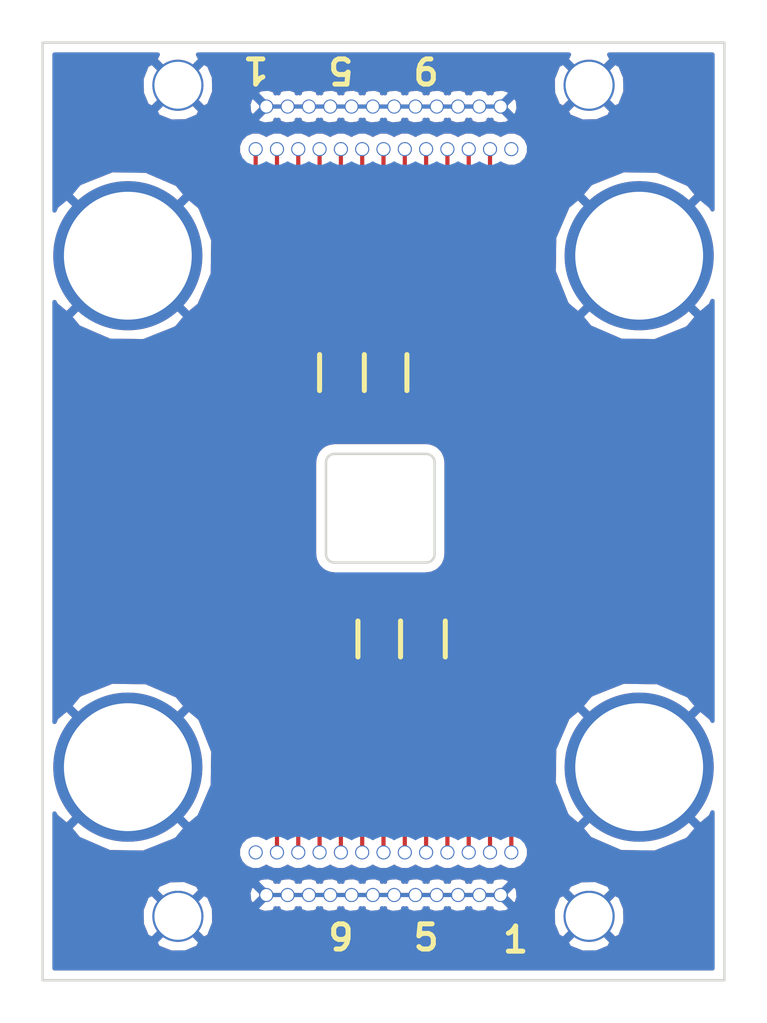
<source format=kicad_pcb>
(kicad_pcb (version 4) (host pcbnew 4.0.5+dfsg1-4)

  (general
    (links 55)
    (no_connects 0)
    (area 104.064999 53.264999 144.855001 109.295001)
    (thickness 1.6)
    (drawings 31)
    (tracks 117)
    (zones 0)
    (modules 5)
    (nets 28)
  )

  (page A4)
  (layers
    (0 F.Cu signal)
    (31 B.Cu signal)
    (32 B.Adhes user)
    (33 F.Adhes user)
    (34 B.Paste user)
    (35 F.Paste user)
    (36 B.SilkS user)
    (37 F.SilkS user)
    (38 B.Mask user hide)
    (39 F.Mask user)
    (40 Dwgs.User user)
    (41 Cmts.User user)
    (42 Eco1.User user)
    (43 Eco2.User user)
    (44 Edge.Cuts user)
    (45 Margin user)
    (46 B.CrtYd user)
    (47 F.CrtYd user)
    (48 B.Fab user)
    (49 F.Fab user)
  )

  (setup
    (last_trace_width 0.25)
    (trace_clearance 0.2)
    (zone_clearance 0.508)
    (zone_45_only yes)
    (trace_min 0.1524)
    (segment_width 0.2)
    (edge_width 0.15)
    (via_size 0.6)
    (via_drill 0.4)
    (via_min_size 0.4)
    (via_min_drill 0.3)
    (uvia_size 0.3)
    (uvia_drill 0.1)
    (uvias_allowed no)
    (uvia_min_size 0.2)
    (uvia_min_drill 0.1)
    (pcb_text_width 0.3)
    (pcb_text_size 1.5 1.5)
    (mod_edge_width 0.15)
    (mod_text_size 1 1)
    (mod_text_width 0.15)
    (pad_size 3.048 3.048)
    (pad_drill 2.794)
    (pad_to_mask_clearance 0.2)
    (aux_axis_origin 0 0)
    (visible_elements 7FFFFFFF)
    (pcbplotparams
      (layerselection 0x010f0_80000001)
      (usegerberextensions false)
      (excludeedgelayer true)
      (linewidth 0.100000)
      (plotframeref false)
      (viasonmask false)
      (mode 1)
      (useauxorigin false)
      (hpglpennumber 1)
      (hpglpenspeed 20)
      (hpglpendiameter 15)
      (hpglpenoverlay 2)
      (psnegative false)
      (psa4output false)
      (plotreference true)
      (plotvalue true)
      (plotinvisibletext false)
      (padsonsilk false)
      (subtractmaskfromsilk false)
      (outputformat 1)
      (mirror false)
      (drillshape 0)
      (scaleselection 1)
      (outputdirectory gerbers))
  )

  (net 0 "")
  (net 1 GND)
  (net 2 "Net-(J1-Pad1)")
  (net 3 "Net-(J1-Pad2)")
  (net 4 "Net-(J1-Pad3)")
  (net 5 "Net-(J1-Pad4)")
  (net 6 "Net-(J1-Pad5)")
  (net 7 "Net-(J1-Pad6)")
  (net 8 "Net-(J1-Pad7)")
  (net 9 "Net-(J1-Pad8)")
  (net 10 "Net-(J1-Pad9)")
  (net 11 "Net-(J1-Pad10)")
  (net 12 "Net-(J1-Pad11)")
  (net 13 "Net-(J1-Pad12)")
  (net 14 "Net-(J1-Pad13)")
  (net 15 "Net-(J2-Pad1)")
  (net 16 "Net-(J2-Pad2)")
  (net 17 "Net-(J2-Pad3)")
  (net 18 "Net-(J2-Pad4)")
  (net 19 "Net-(J2-Pad5)")
  (net 20 "Net-(J2-Pad6)")
  (net 21 "Net-(J2-Pad7)")
  (net 22 "Net-(J2-Pad8)")
  (net 23 "Net-(J2-Pad9)")
  (net 24 "Net-(J2-Pad10)")
  (net 25 "Net-(J2-Pad11)")
  (net 26 "Net-(J2-Pad12)")
  (net 27 "Net-(J2-Pad13)")

  (net_class Default "This is the default net class."
    (clearance 0.2)
    (trace_width 0.25)
    (via_dia 0.6)
    (via_drill 0.4)
    (uvia_dia 0.3)
    (uvia_drill 0.1)
    (add_net GND)
    (add_net "Net-(J1-Pad1)")
    (add_net "Net-(J1-Pad10)")
    (add_net "Net-(J1-Pad11)")
    (add_net "Net-(J1-Pad12)")
    (add_net "Net-(J1-Pad13)")
    (add_net "Net-(J1-Pad2)")
    (add_net "Net-(J1-Pad3)")
    (add_net "Net-(J1-Pad4)")
    (add_net "Net-(J1-Pad5)")
    (add_net "Net-(J1-Pad6)")
    (add_net "Net-(J1-Pad7)")
    (add_net "Net-(J1-Pad8)")
    (add_net "Net-(J1-Pad9)")
    (add_net "Net-(J2-Pad1)")
    (add_net "Net-(J2-Pad10)")
    (add_net "Net-(J2-Pad11)")
    (add_net "Net-(J2-Pad12)")
    (add_net "Net-(J2-Pad13)")
    (add_net "Net-(J2-Pad2)")
    (add_net "Net-(J2-Pad3)")
    (add_net "Net-(J2-Pad4)")
    (add_net "Net-(J2-Pad5)")
    (add_net "Net-(J2-Pad6)")
    (add_net "Net-(J2-Pad7)")
    (add_net "Net-(J2-Pad8)")
    (add_net "Net-(J2-Pad9)")
  )

  (module footprintlib:mounting_holes (layer F.Cu) (tedit 595EB6A6) (tstamp 595EA551)
    (at 109.22 66.04)
    (zone_connect 1)
    (fp_text reference "" (at 8.001 -4.191) (layer F.SilkS)
      (effects (font (size 1 1) (thickness 0.15)))
    )
    (fp_text value "" (at 4.191 -5.715) (layer F.Fab)
      (effects (font (size 1 1) (thickness 0.15)))
    )
    (pad 1 thru_hole circle (at 0 0) (size 8.89 8.89) (drill 7.62) (layers *.Cu *.Mask)
      (net 1 GND) (zone_connect 1))
    (pad 2 thru_hole circle (at 30.48 0) (size 8.89 8.89) (drill 7.62) (layers *.Cu *.Mask)
      (net 1 GND) (zone_connect 1))
    (pad 3 thru_hole circle (at 0 30.48) (size 8.89 8.89) (drill 7.62) (layers *.Cu *.Mask)
      (net 1 GND) (zone_connect 1))
    (pad 4 thru_hole circle (at 30.48 30.48) (size 8.89 8.89) (drill 7.62) (layers *.Cu *.Mask)
      (net 1 GND) (zone_connect 1))
  )

  (module footprintlib:microDfootprint (layer F.Cu) (tedit 5963B974) (tstamp 59600ABB)
    (at 116.84 59.69)
    (descr "Connecteur DB15 male droit")
    (tags "CONN DB15")
    (path /595527F9)
    (fp_text reference "" (at -12.7 -4.699) (layer F.SilkS)
      (effects (font (size 1 1) (thickness 0.15)))
    )
    (fp_text value "" (at 6.604 -5.461) (layer F.Fab)
      (effects (font (size 1 1) (thickness 0.15)))
    )
    (pad 14 thru_hole circle (at 0.635 -2.54) (size 0.8382 0.8382) (drill 0.7112) (layers *.Cu *.Mask)
      (net 1 GND))
    (pad 1 thru_hole circle (at 0 0) (size 0.8382 0.8382) (drill 0.7112) (layers *.Cu *.Mask)
      (net 2 "Net-(J1-Pad1)"))
    (pad 2 thru_hole circle (at 1.27 0) (size 0.8382 0.8382) (drill 0.7112) (layers *.Cu *.Mask)
      (net 3 "Net-(J1-Pad2)"))
    (pad 3 thru_hole circle (at 2.54 0) (size 0.8382 0.8382) (drill 0.7112) (layers *.Cu *.Mask)
      (net 4 "Net-(J1-Pad3)"))
    (pad 4 thru_hole circle (at 3.81 0) (size 0.8382 0.8382) (drill 0.7112) (layers *.Cu *.Mask)
      (net 5 "Net-(J1-Pad4)"))
    (pad 5 thru_hole circle (at 5.08 0) (size 0.8382 0.8382) (drill 0.7112) (layers *.Cu *.Mask)
      (net 6 "Net-(J1-Pad5)"))
    (pad 6 thru_hole circle (at 6.35 0) (size 0.8382 0.8382) (drill 0.7112) (layers *.Cu *.Mask)
      (net 7 "Net-(J1-Pad6)"))
    (pad 7 thru_hole circle (at 7.62 0) (size 0.8382 0.8382) (drill 0.7112) (layers *.Cu *.Mask)
      (net 8 "Net-(J1-Pad7)"))
    (pad 8 thru_hole circle (at 8.89 0) (size 0.8382 0.8382) (drill 0.7112) (layers *.Cu *.Mask)
      (net 9 "Net-(J1-Pad8)"))
    (pad 9 thru_hole circle (at 10.16 0) (size 0.8382 0.8382) (drill 0.7112) (layers *.Cu *.Mask)
      (net 10 "Net-(J1-Pad9)"))
    (pad 10 thru_hole circle (at 11.43 0) (size 0.8382 0.8382) (drill 0.7112) (layers *.Cu *.Mask)
      (net 11 "Net-(J1-Pad10)"))
    (pad 11 thru_hole circle (at 12.7 0) (size 0.8382 0.8382) (drill 0.7112) (layers *.Cu *.Mask)
      (net 12 "Net-(J1-Pad11)"))
    (pad 12 thru_hole circle (at 13.97 0) (size 0.8382 0.8382) (drill 0.7112) (layers *.Cu *.Mask)
      (net 13 "Net-(J1-Pad12)"))
    (pad 13 thru_hole circle (at 15.24 0) (size 0.8382 0.8382) (drill 0.7112) (layers *.Cu *.Mask)
      (net 14 "Net-(J1-Pad13)"))
    (pad 15 thru_hole circle (at 1.905 -2.54) (size 0.8382 0.8382) (drill 0.7112) (layers *.Cu *.Mask)
      (net 1 GND))
    (pad 16 thru_hole circle (at 3.175 -2.54) (size 0.8382 0.8382) (drill 0.7112) (layers *.Cu *.Mask)
      (net 1 GND))
    (pad 17 thru_hole circle (at 4.445 -2.54) (size 0.8382 0.8382) (drill 0.7112) (layers *.Cu *.Mask)
      (net 1 GND))
    (pad 18 thru_hole circle (at 5.715 -2.54) (size 0.8382 0.8382) (drill 0.7112) (layers *.Cu *.Mask)
      (net 1 GND))
    (pad 19 thru_hole circle (at 6.985 -2.54) (size 0.8382 0.8382) (drill 0.7112) (layers *.Cu *.Mask)
      (net 1 GND))
    (pad 20 thru_hole circle (at 8.255 -2.54) (size 0.8382 0.8382) (drill 0.7112) (layers *.Cu *.Mask)
      (net 1 GND))
    (pad 21 thru_hole circle (at 9.525 -2.54) (size 0.8382 0.8382) (drill 0.7112) (layers *.Cu *.Mask)
      (net 1 GND))
    (pad 22 thru_hole circle (at 10.795 -2.54) (size 0.8382 0.8382) (drill 0.7112) (layers *.Cu *.Mask)
      (net 1 GND))
    (pad 23 thru_hole circle (at 12.065 -2.54) (size 0.8382 0.8382) (drill 0.7112) (layers *.Cu *.Mask)
      (net 1 GND))
    (pad 24 thru_hole circle (at 13.335 -2.54) (size 0.8382 0.8382) (drill 0.7112) (layers *.Cu *.Mask)
      (net 1 GND))
    (pad 25 thru_hole circle (at 14.605 -2.54) (size 0.8382 0.8382) (drill 0.7112) (layers *.Cu *.Mask)
      (net 1 GND))
    (pad "" thru_hole circle (at -4.6355 -3.81) (size 3.048 3.048) (drill 2.794) (layers *.Cu *.Mask)
      (net 1 GND))
    (pad "" thru_hole circle (at 19.8755 -3.81) (size 3.048 3.048) (drill 2.794) (layers *.Cu *.Mask)
      (net 1 GND))
    (model Connect.3dshapes/DB15MD.wrl
      (at (xyz 0 0 0))
      (scale (xyz 1 1 1))
      (rotate (xyz 0 0 0))
    )
  )

  (module footprintlib:microDfootprint (layer F.Cu) (tedit 5963B98E) (tstamp 59600ADA)
    (at 132.08 101.6 180)
    (descr "Connecteur DB15 male droit")
    (tags "CONN DB15")
    (path /59553AB4)
    (fp_text reference "" (at -12.7 -4.699 180) (layer F.SilkS)
      (effects (font (size 1 1) (thickness 0.15)))
    )
    (fp_text value "" (at 6.604 -5.461 180) (layer F.Fab)
      (effects (font (size 1 1) (thickness 0.15)))
    )
    (pad 14 thru_hole circle (at 0.635 -2.54 180) (size 0.8382 0.8382) (drill 0.7112) (layers *.Cu *.Mask)
      (net 1 GND))
    (pad 1 thru_hole circle (at 0 0 180) (size 0.8382 0.8382) (drill 0.7112) (layers *.Cu *.Mask)
      (net 15 "Net-(J2-Pad1)"))
    (pad 2 thru_hole circle (at 1.27 0 180) (size 0.8382 0.8382) (drill 0.7112) (layers *.Cu *.Mask)
      (net 16 "Net-(J2-Pad2)"))
    (pad 3 thru_hole circle (at 2.54 0 180) (size 0.8382 0.8382) (drill 0.7112) (layers *.Cu *.Mask)
      (net 17 "Net-(J2-Pad3)"))
    (pad 4 thru_hole circle (at 3.81 0 180) (size 0.8382 0.8382) (drill 0.7112) (layers *.Cu *.Mask)
      (net 18 "Net-(J2-Pad4)"))
    (pad 5 thru_hole circle (at 5.08 0 180) (size 0.8382 0.8382) (drill 0.7112) (layers *.Cu *.Mask)
      (net 19 "Net-(J2-Pad5)"))
    (pad 6 thru_hole circle (at 6.35 0 180) (size 0.8382 0.8382) (drill 0.7112) (layers *.Cu *.Mask)
      (net 20 "Net-(J2-Pad6)"))
    (pad 7 thru_hole circle (at 7.62 0 180) (size 0.8382 0.8382) (drill 0.7112) (layers *.Cu *.Mask)
      (net 21 "Net-(J2-Pad7)"))
    (pad 8 thru_hole circle (at 8.89 0 180) (size 0.8382 0.8382) (drill 0.7112) (layers *.Cu *.Mask)
      (net 22 "Net-(J2-Pad8)"))
    (pad 9 thru_hole circle (at 10.16 0 180) (size 0.8382 0.8382) (drill 0.7112) (layers *.Cu *.Mask)
      (net 23 "Net-(J2-Pad9)"))
    (pad 10 thru_hole circle (at 11.43 0 180) (size 0.8382 0.8382) (drill 0.7112) (layers *.Cu *.Mask)
      (net 24 "Net-(J2-Pad10)"))
    (pad 11 thru_hole circle (at 12.7 0 180) (size 0.8382 0.8382) (drill 0.7112) (layers *.Cu *.Mask)
      (net 25 "Net-(J2-Pad11)"))
    (pad 12 thru_hole circle (at 13.97 0 180) (size 0.8382 0.8382) (drill 0.7112) (layers *.Cu *.Mask)
      (net 26 "Net-(J2-Pad12)"))
    (pad 13 thru_hole circle (at 15.24 0 180) (size 0.8382 0.8382) (drill 0.7112) (layers *.Cu *.Mask)
      (net 27 "Net-(J2-Pad13)"))
    (pad 15 thru_hole circle (at 1.905 -2.54 180) (size 0.8382 0.8382) (drill 0.7112) (layers *.Cu *.Mask)
      (net 1 GND))
    (pad 16 thru_hole circle (at 3.175 -2.54 180) (size 0.8382 0.8382) (drill 0.7112) (layers *.Cu *.Mask)
      (net 1 GND))
    (pad 17 thru_hole circle (at 4.445 -2.54 180) (size 0.8382 0.8382) (drill 0.7112) (layers *.Cu *.Mask)
      (net 1 GND))
    (pad 18 thru_hole circle (at 5.715 -2.54 180) (size 0.8382 0.8382) (drill 0.7112) (layers *.Cu *.Mask)
      (net 1 GND))
    (pad 19 thru_hole circle (at 6.985 -2.54 180) (size 0.8382 0.8382) (drill 0.7112) (layers *.Cu *.Mask)
      (net 1 GND))
    (pad 20 thru_hole circle (at 8.255 -2.54 180) (size 0.8382 0.8382) (drill 0.7112) (layers *.Cu *.Mask)
      (net 1 GND))
    (pad 21 thru_hole circle (at 9.525 -2.54 180) (size 0.8382 0.8382) (drill 0.7112) (layers *.Cu *.Mask)
      (net 1 GND))
    (pad 22 thru_hole circle (at 10.795 -2.54 180) (size 0.8382 0.8382) (drill 0.7112) (layers *.Cu *.Mask)
      (net 1 GND))
    (pad 23 thru_hole circle (at 12.065 -2.54 180) (size 0.8382 0.8382) (drill 0.7112) (layers *.Cu *.Mask)
      (net 1 GND))
    (pad 24 thru_hole circle (at 13.335 -2.54 180) (size 0.8382 0.8382) (drill 0.7112) (layers *.Cu *.Mask)
      (net 1 GND))
    (pad 25 thru_hole circle (at 14.605 -2.54 180) (size 0.8382 0.8382) (drill 0.7112) (layers *.Cu *.Mask)
      (net 1 GND))
    (pad "" thru_hole circle (at -4.6355 -3.81 180) (size 3.048 3.048) (drill 2.794) (layers *.Cu *.Mask)
      (net 1 GND))
    (pad "" thru_hole circle (at 19.8755 -3.81 180) (size 3.048 3.048) (drill 2.794) (layers *.Cu *.Mask)
      (net 1 GND))
    (model Connect.3dshapes/DB15MD.wrl
      (at (xyz 0 0 0))
      (scale (xyz 1 1 1))
      (rotate (xyz 0 0 0))
    )
  )

  (module footprintlib:5mm_pads (layer F.Cu) (tedit 59600FD4) (tstamp 59600AEA)
    (at 120.65 75.184)
    (path /59552A7F)
    (fp_text reference "" (at 1.7145 -0.889) (layer F.SilkS)
      (effects (font (size 0.254 0.254) (thickness 0.0254)))
    )
    (fp_text value "" (at 0 -0.889) (layer F.Fab)
      (effects (font (size 0.254 0.254) (thickness 0.0635)))
    )
    (pad 1 smd rect (at 0 0) (size 0.36 1) (layers F.Cu)
      (net 2 "Net-(J1-Pad1)"))
    (pad 2 smd rect (at 0.65 0) (size 0.36 1) (layers F.Cu)
      (net 3 "Net-(J1-Pad2)"))
    (pad 3 smd rect (at 1.3 0) (size 0.36 1) (layers F.Cu)
      (net 4 "Net-(J1-Pad3)"))
    (pad 4 smd rect (at 1.95 0) (size 0.36 1) (layers F.Cu)
      (net 5 "Net-(J1-Pad4)"))
    (pad 5 smd rect (at 2.6 0) (size 0.36 1) (layers F.Cu)
      (net 6 "Net-(J1-Pad5)"))
    (pad 6 smd rect (at 3.25 0) (size 0.36 1) (layers F.Cu)
      (net 7 "Net-(J1-Pad6)"))
    (pad 7 smd rect (at 3.9 0) (size 0.36 1) (layers F.Cu)
      (net 8 "Net-(J1-Pad7)"))
    (pad 8 smd rect (at 4.55 0) (size 0.36 1) (layers F.Cu)
      (net 9 "Net-(J1-Pad8)"))
    (pad 9 smd rect (at 5.2 0) (size 0.36 1) (layers F.Cu)
      (net 10 "Net-(J1-Pad9)"))
    (pad 10 smd rect (at 5.85 0) (size 0.36 1) (layers F.Cu)
      (net 11 "Net-(J1-Pad10)"))
    (pad 11 smd rect (at 6.5 0) (size 0.36 1) (layers F.Cu)
      (net 12 "Net-(J1-Pad11)"))
    (pad 12 smd rect (at 7.15 0) (size 0.36 1) (layers F.Cu)
      (net 13 "Net-(J1-Pad12)"))
  )

  (module footprintlib:5mm_pads (layer F.Cu) (tedit 59600F9B) (tstamp 59600AFA)
    (at 128.143 86.741 180)
    (path /59553ABA)
    (fp_text reference "" (at 1.7145 -0.889 180) (layer F.SilkS)
      (effects (font (size 0.254 0.254) (thickness 0.0254)))
    )
    (fp_text value "" (at 0 -0.889 180) (layer F.Fab)
      (effects (font (size 0.254 0.254) (thickness 0.0635)))
    )
    (pad 1 smd rect (at 0 0 180) (size 0.36 1) (layers F.Cu)
      (net 15 "Net-(J2-Pad1)"))
    (pad 2 smd rect (at 0.65 0 180) (size 0.36 1) (layers F.Cu)
      (net 16 "Net-(J2-Pad2)"))
    (pad 3 smd rect (at 1.3 0 180) (size 0.36 1) (layers F.Cu)
      (net 17 "Net-(J2-Pad3)"))
    (pad 4 smd rect (at 1.95 0 180) (size 0.36 1) (layers F.Cu)
      (net 18 "Net-(J2-Pad4)"))
    (pad 5 smd rect (at 2.6 0 180) (size 0.36 1) (layers F.Cu)
      (net 19 "Net-(J2-Pad5)"))
    (pad 6 smd rect (at 3.25 0 180) (size 0.36 1) (layers F.Cu)
      (net 20 "Net-(J2-Pad6)"))
    (pad 7 smd rect (at 3.9 0 180) (size 0.36 1) (layers F.Cu)
      (net 21 "Net-(J2-Pad7)"))
    (pad 8 smd rect (at 4.55 0 180) (size 0.36 1) (layers F.Cu)
      (net 22 "Net-(J2-Pad8)"))
    (pad 9 smd rect (at 5.2 0 180) (size 0.36 1) (layers F.Cu)
      (net 23 "Net-(J2-Pad9)"))
    (pad 10 smd rect (at 5.85 0 180) (size 0.36 1) (layers F.Cu)
      (net 24 "Net-(J2-Pad10)"))
    (pad 11 smd rect (at 6.5 0 180) (size 0.36 1) (layers F.Cu)
      (net 25 "Net-(J2-Pad11)"))
    (pad 12 smd rect (at 7.15 0 180) (size 0.36 1) (layers F.Cu)
      (net 26 "Net-(J2-Pad12)"))
  )

  (gr_arc (start 121.539 78.359) (end 121.031 78.359) (angle 90) (layer Edge.Cuts) (width 0.15))
  (gr_arc (start 121.539 83.82) (end 121.539 84.328) (angle 90) (layer Edge.Cuts) (width 0.15))
  (gr_arc (start 127 83.82) (end 127.508 83.82) (angle 90) (layer Edge.Cuts) (width 0.15))
  (gr_arc (start 127 78.359) (end 127 77.851) (angle 90) (layer Edge.Cuts) (width 0.15))
  (gr_line (start 121.031 83.82) (end 121.031 78.359) (angle 90) (layer Edge.Cuts) (width 0.15))
  (gr_line (start 127 84.328) (end 121.539 84.328) (angle 90) (layer Edge.Cuts) (width 0.15))
  (gr_line (start 127.508 78.359) (end 127.508 83.82) (angle 90) (layer Edge.Cuts) (width 0.15))
  (gr_line (start 121.539 77.851) (end 127 77.851) (angle 90) (layer Edge.Cuts) (width 0.15))
  (gr_text | (at 122.936 88.773) (layer F.SilkS)
    (effects (font (size 1.5 1.5) (thickness 0.3)))
  )
  (gr_text | (at 125.476 88.773) (layer F.SilkS)
    (effects (font (size 1.5 1.5) (thickness 0.3)))
  )
  (gr_text | (at 128.143 88.773) (layer F.SilkS)
    (effects (font (size 1.5 1.5) (thickness 0.3)))
  )
  (gr_text | (at 125.857 72.898) (layer F.SilkS)
    (effects (font (size 1.5 1.5) (thickness 0.3)))
  )
  (gr_text | (at 123.317 72.898) (layer F.SilkS)
    (effects (font (size 1.5 1.5) (thickness 0.3)))
  )
  (gr_text | (at 120.65 72.898) (layer F.SilkS)
    (effects (font (size 1.5 1.5) (thickness 0.3)))
  )
  (gr_text 9 (at 127 54.991 180) (layer F.SilkS)
    (effects (font (size 1.5 1.5) (thickness 0.3)))
  )
  (gr_text 5 (at 121.92 54.991 180) (layer F.SilkS)
    (effects (font (size 1.5 1.5) (thickness 0.3)))
  )
  (gr_text 1 (at 116.84 54.991 180) (layer F.SilkS)
    (effects (font (size 1.5 1.5) (thickness 0.3)))
  )
  (gr_text 9 (at 121.92 106.68) (layer F.SilkS)
    (effects (font (size 1.5 1.5) (thickness 0.3)))
  )
  (gr_text 5 (at 127 106.68) (layer F.SilkS)
    (effects (font (size 1.5 1.5) (thickness 0.3)))
  )
  (gr_text 1 (at 132.334 106.807) (layer F.SilkS)
    (effects (font (size 1.5 1.5) (thickness 0.3)))
  )
  (gr_line (start 134.493 52.451) (end 134.493 52.324) (angle 90) (layer F.Mask) (width 0.2))
  (gr_line (start 134.493 51.816) (end 134.493 52.451) (angle 90) (layer F.Mask) (width 0.2))
  (gr_line (start 146.431 51.816) (end 134.493 51.816) (angle 90) (layer F.Mask) (width 0.2))
  (gr_line (start 146.431 110.363) (end 146.431 51.816) (angle 90) (layer F.Mask) (width 0.2))
  (gr_line (start 134.493 110.363) (end 146.431 110.363) (angle 90) (layer F.Mask) (width 0.2))
  (gr_line (start 134.493 52.324) (end 134.493 110.363) (angle 90) (layer F.Mask) (width 0.2))
  (gr_text PCB_Edge (at 106.553 52.451) (layer B.CrtYd)
    (effects (font (size 0.635 0.635) (thickness 0.15875)))
  )
  (gr_line (start 104.14 109.22) (end 104.14 53.34) (angle 90) (layer Edge.Cuts) (width 0.15))
  (gr_line (start 144.78 109.22) (end 104.14 109.22) (angle 90) (layer Edge.Cuts) (width 0.15))
  (gr_line (start 144.78 53.34) (end 144.78 109.22) (angle 90) (layer Edge.Cuts) (width 0.15))
  (gr_line (start 104.14 53.34) (end 144.78 53.34) (angle 90) (layer Edge.Cuts) (width 0.15))

  (segment (start 118.745 104.14) (end 117.475 104.14) (width 0.25) (layer B.Cu) (net 1))
  (segment (start 118.745 104.14) (end 117.475 104.14) (width 0.25) (layer F.Cu) (net 1))
  (segment (start 117.475 57.15) (end 118.745 57.15) (width 0.25) (layer B.Cu) (net 1))
  (segment (start 117.475 57.15) (end 120.015 57.15) (width 0.25) (layer F.Cu) (net 1))
  (segment (start 117.475 57.15) (end 118.745 57.15) (width 0.25) (layer F.Cu) (net 1))
  (segment (start 118.745 104.14) (end 120.015 104.14) (width 0.25) (layer B.Cu) (net 1) (tstamp 59600496))
  (segment (start 120.015 104.14) (end 121.285 104.14) (width 0.25) (layer B.Cu) (net 1) (tstamp 59600497))
  (segment (start 121.285 104.14) (end 122.555 104.14) (width 0.25) (layer B.Cu) (net 1) (tstamp 59600499))
  (segment (start 122.555 104.14) (end 123.825 104.14) (width 0.25) (layer B.Cu) (net 1) (tstamp 5960049A))
  (segment (start 123.825 104.14) (end 125.095 104.14) (width 0.25) (layer B.Cu) (net 1) (tstamp 5960049B))
  (segment (start 125.095 104.14) (end 126.365 104.14) (width 0.25) (layer B.Cu) (net 1) (tstamp 5960049C))
  (segment (start 126.365 104.14) (end 127.635 104.14) (width 0.25) (layer B.Cu) (net 1) (tstamp 5960049D))
  (segment (start 127.635 104.14) (end 128.905 104.14) (width 0.25) (layer B.Cu) (net 1) (tstamp 5960049E))
  (segment (start 128.905 104.14) (end 130.175 104.14) (width 0.25) (layer B.Cu) (net 1) (tstamp 5960049F))
  (segment (start 130.175 104.14) (end 131.445 104.14) (width 0.25) (layer B.Cu) (net 1) (tstamp 596004A0))
  (segment (start 118.745 57.15) (end 120.015 57.15) (width 0.25) (layer B.Cu) (net 1) (tstamp 59600484))
  (segment (start 120.015 57.15) (end 121.285 57.15) (width 0.25) (layer B.Cu) (net 1) (tstamp 59600485))
  (segment (start 121.285 57.15) (end 122.555 57.15) (width 0.25) (layer B.Cu) (net 1) (tstamp 59600486))
  (segment (start 122.555 57.15) (end 123.825 57.15) (width 0.25) (layer B.Cu) (net 1) (tstamp 59600487))
  (segment (start 123.825 57.15) (end 125.095 57.15) (width 0.25) (layer B.Cu) (net 1) (tstamp 59600488))
  (segment (start 125.095 57.15) (end 126.365 57.15) (width 0.25) (layer B.Cu) (net 1) (tstamp 59600489))
  (segment (start 126.365 57.15) (end 127.635 57.15) (width 0.25) (layer B.Cu) (net 1) (tstamp 5960048A))
  (segment (start 127.635 57.15) (end 128.905 57.15) (width 0.25) (layer B.Cu) (net 1) (tstamp 5960048B))
  (segment (start 128.905 57.15) (end 130.175 57.15) (width 0.25) (layer B.Cu) (net 1) (tstamp 5960048C))
  (segment (start 130.175 57.15) (end 131.445 57.15) (width 0.25) (layer B.Cu) (net 1) (tstamp 5960048E))
  (segment (start 118.745 57.15) (end 120.015 57.15) (width 0.25) (layer F.Cu) (net 1) (tstamp 595EAB2C))
  (segment (start 120.015 57.15) (end 121.285 57.15) (width 0.25) (layer F.Cu) (net 1) (tstamp 595EAB2D))
  (segment (start 121.285 57.15) (end 122.555 57.15) (width 0.25) (layer F.Cu) (net 1) (tstamp 595EAB2E))
  (segment (start 122.555 57.15) (end 123.825 57.15) (width 0.25) (layer F.Cu) (net 1) (tstamp 595EAB2F))
  (segment (start 123.825 57.15) (end 125.095 57.15) (width 0.25) (layer F.Cu) (net 1) (tstamp 595EAB30))
  (segment (start 125.095 57.15) (end 126.365 57.15) (width 0.25) (layer F.Cu) (net 1) (tstamp 595EAB31))
  (segment (start 126.365 57.15) (end 127.635 57.15) (width 0.25) (layer F.Cu) (net 1) (tstamp 595EAB32))
  (segment (start 127.635 57.15) (end 128.905 57.15) (width 0.25) (layer F.Cu) (net 1) (tstamp 595EAB33))
  (segment (start 128.905 57.15) (end 130.175 57.15) (width 0.25) (layer F.Cu) (net 1) (tstamp 595EAB34))
  (segment (start 130.175 57.15) (end 131.445 57.15) (width 0.25) (layer F.Cu) (net 1) (tstamp 595EAB35))
  (segment (start 131.445 104.14) (end 130.175 104.14) (width 0.25) (layer F.Cu) (net 1))
  (segment (start 130.175 104.14) (end 128.905 104.14) (width 0.25) (layer F.Cu) (net 1) (tstamp 595EAB20))
  (segment (start 128.905 104.14) (end 127.635 104.14) (width 0.25) (layer F.Cu) (net 1) (tstamp 595EAB21))
  (segment (start 127.635 104.14) (end 126.365 104.14) (width 0.25) (layer F.Cu) (net 1) (tstamp 595EAB22))
  (segment (start 126.365 104.14) (end 125.095 104.14) (width 0.25) (layer F.Cu) (net 1) (tstamp 595EAB23))
  (segment (start 125.095 104.14) (end 123.825 104.14) (width 0.25) (layer F.Cu) (net 1) (tstamp 595EAB24))
  (segment (start 123.825 104.14) (end 122.555 104.14) (width 0.25) (layer F.Cu) (net 1) (tstamp 595EAB25))
  (segment (start 122.555 104.14) (end 121.285 104.14) (width 0.25) (layer F.Cu) (net 1) (tstamp 595EAB26))
  (segment (start 121.285 104.14) (end 120.015 104.14) (width 0.25) (layer F.Cu) (net 1) (tstamp 595EAB27))
  (segment (start 120.015 104.14) (end 118.745 104.14) (width 0.25) (layer F.Cu) (net 1) (tstamp 595EAB28))
  (segment (start 116.84 59.69) (end 116.84 68.961) (width 0.25) (layer F.Cu) (net 2))
  (segment (start 120.65 72.771) (end 120.65 75.184) (width 0.25) (layer F.Cu) (net 2) (tstamp 5963B79B))
  (segment (start 116.84 68.961) (end 120.65 72.771) (width 0.25) (layer F.Cu) (net 2) (tstamp 5963B796))
  (segment (start 118.11 59.69) (end 118.11 69.088) (width 0.25) (layer F.Cu) (net 3))
  (segment (start 121.3 72.278) (end 121.3 75.184) (width 0.25) (layer F.Cu) (net 3) (tstamp 5963B7A6))
  (segment (start 118.11 69.088) (end 121.3 72.278) (width 0.25) (layer F.Cu) (net 3) (tstamp 5963B7A4))
  (segment (start 119.38 59.69) (end 119.38 68.961) (width 0.25) (layer F.Cu) (net 4))
  (segment (start 121.95 71.531) (end 121.95 75.184) (width 0.25) (layer F.Cu) (net 4) (tstamp 5963B7AC))
  (segment (start 119.38 68.961) (end 121.95 71.531) (width 0.25) (layer F.Cu) (net 4) (tstamp 5963B7AA))
  (segment (start 120.65 59.69) (end 120.65 68.961) (width 0.25) (layer F.Cu) (net 5))
  (segment (start 122.6 70.911) (end 122.6 75.184) (width 0.25) (layer F.Cu) (net 5) (tstamp 5963B7B2))
  (segment (start 120.65 68.961) (end 122.6 70.911) (width 0.25) (layer F.Cu) (net 5) (tstamp 5963B7B0))
  (segment (start 121.92 59.69) (end 121.92 68.961) (width 0.25) (layer F.Cu) (net 6))
  (segment (start 123.25 70.291) (end 123.25 75.184) (width 0.25) (layer F.Cu) (net 6) (tstamp 5963B7B8))
  (segment (start 121.92 68.961) (end 123.25 70.291) (width 0.25) (layer F.Cu) (net 6) (tstamp 5963B7B6))
  (segment (start 123.19 59.69) (end 123.19 68.961) (width 0.25) (layer F.Cu) (net 7))
  (segment (start 123.9 69.671) (end 123.9 75.184) (width 0.25) (layer F.Cu) (net 7) (tstamp 5963B7BD))
  (segment (start 123.19 68.961) (end 123.9 69.671) (width 0.25) (layer F.Cu) (net 7) (tstamp 5963B7BC))
  (segment (start 124.46 59.69) (end 124.46 63.754) (width 0.25) (layer F.Cu) (net 8))
  (segment (start 124.55 63.844) (end 124.55 75.184) (width 0.25) (layer F.Cu) (net 8) (tstamp 5963B7C1))
  (segment (start 124.46 63.754) (end 124.55 63.844) (width 0.25) (layer F.Cu) (net 8) (tstamp 5963B7C0))
  (segment (start 125.73 59.69) (end 125.73 62.738) (width 0.25) (layer F.Cu) (net 9))
  (segment (start 125.2 63.268) (end 125.2 75.184) (width 0.25) (layer F.Cu) (net 9) (tstamp 5963B7C8))
  (segment (start 125.73 62.738) (end 125.2 63.268) (width 0.25) (layer F.Cu) (net 9) (tstamp 5963B7C5))
  (segment (start 127 59.69) (end 127 62.738) (width 0.25) (layer F.Cu) (net 10))
  (segment (start 125.85 63.888) (end 125.85 75.184) (width 0.25) (layer F.Cu) (net 10) (tstamp 5963B7CE))
  (segment (start 127 62.738) (end 125.85 63.888) (width 0.25) (layer F.Cu) (net 10) (tstamp 5963B7CD))
  (segment (start 128.27 59.69) (end 128.27 62.611) (width 0.25) (layer F.Cu) (net 11))
  (segment (start 126.5 64.381) (end 126.5 75.184) (width 0.25) (layer F.Cu) (net 11) (tstamp 5963B7D5))
  (segment (start 128.27 62.611) (end 126.5 64.381) (width 0.25) (layer F.Cu) (net 11) (tstamp 5963B7D3))
  (segment (start 129.54 59.69) (end 129.54 62.611) (width 0.25) (layer F.Cu) (net 12))
  (segment (start 127.15 65.001) (end 127.15 75.184) (width 0.25) (layer F.Cu) (net 12) (tstamp 5963B7DB))
  (segment (start 129.54 62.611) (end 127.15 65.001) (width 0.25) (layer F.Cu) (net 12) (tstamp 5963B7D9))
  (segment (start 130.81 59.69) (end 130.81 62.484) (width 0.25) (layer F.Cu) (net 13))
  (segment (start 127.8 65.494) (end 127.8 75.184) (width 0.25) (layer F.Cu) (net 13) (tstamp 5963B7E1))
  (segment (start 130.81 62.484) (end 127.8 65.494) (width 0.25) (layer F.Cu) (net 13) (tstamp 5963B7DF))
  (segment (start 132.08 101.6) (end 132.08 92.456) (width 0.25) (layer F.Cu) (net 15))
  (segment (start 128.143 88.519) (end 128.143 86.741) (width 0.25) (layer F.Cu) (net 15) (tstamp 5963B809))
  (segment (start 132.08 92.456) (end 128.143 88.519) (width 0.25) (layer F.Cu) (net 15) (tstamp 5963B806))
  (segment (start 130.81 101.6) (end 130.81 92.075) (width 0.25) (layer F.Cu) (net 16))
  (segment (start 127.493 88.758) (end 127.493 86.741) (width 0.25) (layer F.Cu) (net 16) (tstamp 5963B80F))
  (segment (start 130.81 92.075) (end 127.493 88.758) (width 0.25) (layer F.Cu) (net 16) (tstamp 5963B80D))
  (segment (start 129.54 101.6) (end 129.54 92.329) (width 0.25) (layer F.Cu) (net 17))
  (segment (start 126.843 89.632) (end 126.843 86.741) (width 0.25) (layer F.Cu) (net 17) (tstamp 5963B815))
  (segment (start 129.54 92.329) (end 126.843 89.632) (width 0.25) (layer F.Cu) (net 17) (tstamp 5963B813))
  (segment (start 128.27 101.6) (end 128.27 92.075) (width 0.25) (layer F.Cu) (net 18))
  (segment (start 126.193 89.998) (end 126.193 86.741) (width 0.25) (layer F.Cu) (net 18) (tstamp 5963B81B))
  (segment (start 128.27 92.075) (end 126.193 89.998) (width 0.25) (layer F.Cu) (net 18) (tstamp 5963B819))
  (segment (start 127 101.6) (end 127 92.202) (width 0.25) (layer F.Cu) (net 19))
  (segment (start 125.543 90.745) (end 125.543 86.741) (width 0.25) (layer F.Cu) (net 19) (tstamp 5963B821))
  (segment (start 127 92.202) (end 125.543 90.745) (width 0.25) (layer F.Cu) (net 19) (tstamp 5963B81F))
  (segment (start 125.73 101.6) (end 125.73 91.948) (width 0.25) (layer F.Cu) (net 20))
  (segment (start 124.893 91.111) (end 124.893 86.741) (width 0.25) (layer F.Cu) (net 20) (tstamp 5963B827))
  (segment (start 125.73 91.948) (end 124.893 91.111) (width 0.25) (layer F.Cu) (net 20) (tstamp 5963B825))
  (segment (start 124.46 101.6) (end 124.46 97.282) (width 0.25) (layer F.Cu) (net 21))
  (segment (start 124.243 97.065) (end 124.243 86.741) (width 0.25) (layer F.Cu) (net 21) (tstamp 5963B82B))
  (segment (start 124.46 97.282) (end 124.243 97.065) (width 0.25) (layer F.Cu) (net 21) (tstamp 5963B82A))
  (segment (start 123.19 101.6) (end 123.19 98.679) (width 0.25) (layer F.Cu) (net 22))
  (segment (start 123.593 98.276) (end 123.593 86.741) (width 0.25) (layer F.Cu) (net 22) (tstamp 5963B82F))
  (segment (start 123.19 98.679) (end 123.593 98.276) (width 0.25) (layer F.Cu) (net 22) (tstamp 5963B82E))
  (segment (start 121.92 101.6) (end 121.92 98.552) (width 0.25) (layer F.Cu) (net 23))
  (segment (start 122.943 97.529) (end 122.943 86.741) (width 0.25) (layer F.Cu) (net 23) (tstamp 5963B833))
  (segment (start 121.92 98.552) (end 122.943 97.529) (width 0.25) (layer F.Cu) (net 23) (tstamp 5963B832))
  (segment (start 120.65 101.6) (end 120.65 98.552) (width 0.25) (layer F.Cu) (net 24))
  (segment (start 122.293 96.909) (end 122.293 86.741) (width 0.25) (layer F.Cu) (net 24) (tstamp 5963B838))
  (segment (start 120.65 98.552) (end 122.293 96.909) (width 0.25) (layer F.Cu) (net 24) (tstamp 5963B837))
  (segment (start 119.38 101.6) (end 119.38 98.171) (width 0.25) (layer F.Cu) (net 25))
  (segment (start 121.643 95.908) (end 121.643 86.741) (width 0.25) (layer F.Cu) (net 25) (tstamp 5963B83D))
  (segment (start 119.38 98.171) (end 121.643 95.908) (width 0.25) (layer F.Cu) (net 25) (tstamp 5963B83C))
  (segment (start 118.11 101.6) (end 118.11 97.79) (width 0.25) (layer F.Cu) (net 26))
  (segment (start 120.993 94.907) (end 120.993 86.741) (width 0.25) (layer F.Cu) (net 26) (tstamp 5963B843))
  (segment (start 118.11 97.79) (end 120.993 94.907) (width 0.25) (layer F.Cu) (net 26) (tstamp 5963B841))

  (zone (net 1) (net_name GND) (layer F.Cu) (tstamp 595EA697) (hatch edge 0.508)
    (connect_pads (clearance 0.508))
    (min_thickness 0.254)
    (fill yes (arc_segments 16) (thermal_gap 0.508) (thermal_bridge_width 0.508))
    (polygon
      (pts
        (xy 147.32 111.76) (xy 101.6 111.76) (xy 101.6 50.8) (xy 147.32 50.8)
      )
    )
    (filled_polygon
      (pts
        (xy 110.852798 54.348693) (xy 112.2045 55.700395) (xy 113.556202 54.348693) (xy 113.404919 54.05) (xy 135.515081 54.05)
        (xy 135.363798 54.348693) (xy 136.7155 55.700395) (xy 138.067202 54.348693) (xy 137.915919 54.05) (xy 144.07 54.05)
        (xy 144.07 63.280174) (xy 144.048584 63.226235) (xy 143.963711 63.099214) (xy 143.33889 62.580716) (xy 139.879605 66.04)
        (xy 143.33889 69.499284) (xy 143.963711 68.980786) (xy 144.07 68.734518) (xy 144.07 93.760174) (xy 144.048584 93.706235)
        (xy 143.963711 93.579214) (xy 143.33889 93.060716) (xy 139.879605 96.52) (xy 143.33889 99.979284) (xy 143.963711 99.460786)
        (xy 144.07 99.214518) (xy 144.07 108.51) (xy 104.85 108.51) (xy 104.85 106.941307) (xy 110.852798 106.941307)
        (xy 111.015511 107.262568) (xy 111.814964 107.576556) (xy 112.673721 107.560706) (xy 113.393489 107.262568) (xy 113.556202 106.941307)
        (xy 135.363798 106.941307) (xy 135.526511 107.262568) (xy 136.325964 107.576556) (xy 137.184721 107.560706) (xy 137.904489 107.262568)
        (xy 138.067202 106.941307) (xy 136.7155 105.589605) (xy 135.363798 106.941307) (xy 113.556202 106.941307) (xy 112.2045 105.589605)
        (xy 110.852798 106.941307) (xy 104.85 106.941307) (xy 104.85 105.020464) (xy 110.037944 105.020464) (xy 110.053794 105.879221)
        (xy 110.351932 106.598989) (xy 110.673193 106.761702) (xy 112.024895 105.41) (xy 112.384105 105.41) (xy 113.735807 106.761702)
        (xy 114.057068 106.598989) (xy 114.371056 105.799536) (xy 114.355206 104.940779) (xy 114.057068 104.221011) (xy 113.735807 104.058298)
        (xy 112.384105 105.41) (xy 112.024895 105.41) (xy 110.673193 104.058298) (xy 110.351932 104.221011) (xy 110.037944 105.020464)
        (xy 104.85 105.020464) (xy 104.85 103.878693) (xy 110.852798 103.878693) (xy 112.2045 105.230395) (xy 113.420542 104.014353)
        (xy 116.407619 104.014353) (xy 116.440786 104.432387) (xy 116.536951 104.664552) (xy 116.743743 104.691652) (xy 117.295395 104.14)
        (xy 116.743743 103.588348) (xy 116.536951 103.615448) (xy 116.407619 104.014353) (xy 113.420542 104.014353) (xy 113.556202 103.878693)
        (xy 113.393489 103.557432) (xy 113.014909 103.408743) (xy 116.923348 103.408743) (xy 117.475 103.960395) (xy 117.489143 103.946253)
        (xy 117.668748 104.125858) (xy 117.654605 104.14) (xy 117.668748 104.154143) (xy 117.489143 104.333748) (xy 117.475 104.319605)
        (xy 116.923348 104.871257) (xy 116.950448 105.078049) (xy 117.349353 105.207381) (xy 117.767387 105.174214) (xy 117.999552 105.078049)
        (xy 118.018912 104.93032) (xy 118.0766 104.988008) (xy 118.11 104.954608) (xy 118.1434 104.988008) (xy 118.201088 104.93032)
        (xy 118.220448 105.078049) (xy 118.619353 105.207381) (xy 119.037387 105.174214) (xy 119.269552 105.078049) (xy 119.288912 104.93032)
        (xy 119.3466 104.988008) (xy 119.38 104.954608) (xy 119.4134 104.988008) (xy 119.471088 104.93032) (xy 119.490448 105.078049)
        (xy 119.889353 105.207381) (xy 120.307387 105.174214) (xy 120.539552 105.078049) (xy 120.558912 104.93032) (xy 120.6166 104.988008)
        (xy 120.65 104.954608) (xy 120.6834 104.988008) (xy 120.741088 104.93032) (xy 120.760448 105.078049) (xy 121.159353 105.207381)
        (xy 121.577387 105.174214) (xy 121.809552 105.078049) (xy 121.828912 104.93032) (xy 121.8866 104.988008) (xy 121.92 104.954608)
        (xy 121.9534 104.988008) (xy 122.011088 104.93032) (xy 122.030448 105.078049) (xy 122.429353 105.207381) (xy 122.847387 105.174214)
        (xy 123.079552 105.078049) (xy 123.098912 104.93032) (xy 123.1566 104.988008) (xy 123.19 104.954608) (xy 123.2234 104.988008)
        (xy 123.281088 104.93032) (xy 123.300448 105.078049) (xy 123.699353 105.207381) (xy 124.117387 105.174214) (xy 124.349552 105.078049)
        (xy 124.368912 104.93032) (xy 124.4266 104.988008) (xy 124.46 104.954608) (xy 124.4934 104.988008) (xy 124.551088 104.93032)
        (xy 124.570448 105.078049) (xy 124.969353 105.207381) (xy 125.387387 105.174214) (xy 125.619552 105.078049) (xy 125.638912 104.93032)
        (xy 125.6966 104.988008) (xy 125.73 104.954608) (xy 125.7634 104.988008) (xy 125.821088 104.93032) (xy 125.840448 105.078049)
        (xy 126.239353 105.207381) (xy 126.657387 105.174214) (xy 126.889552 105.078049) (xy 126.908912 104.93032) (xy 126.9666 104.988008)
        (xy 127 104.954608) (xy 127.0334 104.988008) (xy 127.091088 104.93032) (xy 127.110448 105.078049) (xy 127.509353 105.207381)
        (xy 127.927387 105.174214) (xy 128.159552 105.078049) (xy 128.178912 104.93032) (xy 128.2366 104.988008) (xy 128.27 104.954608)
        (xy 128.3034 104.988008) (xy 128.361088 104.93032) (xy 128.380448 105.078049) (xy 128.779353 105.207381) (xy 129.197387 105.174214)
        (xy 129.429552 105.078049) (xy 129.448912 104.93032) (xy 129.5066 104.988008) (xy 129.54 104.954608) (xy 129.5734 104.988008)
        (xy 129.631088 104.93032) (xy 129.650448 105.078049) (xy 130.049353 105.207381) (xy 130.467387 105.174214) (xy 130.699552 105.078049)
        (xy 130.718912 104.93032) (xy 130.7766 104.988008) (xy 130.81 104.954608) (xy 130.8434 104.988008) (xy 130.901088 104.93032)
        (xy 130.920448 105.078049) (xy 131.319353 105.207381) (xy 131.737387 105.174214) (xy 131.969552 105.078049) (xy 131.977098 105.020464)
        (xy 134.548944 105.020464) (xy 134.564794 105.879221) (xy 134.862932 106.598989) (xy 135.184193 106.761702) (xy 136.535895 105.41)
        (xy 136.895105 105.41) (xy 138.246807 106.761702) (xy 138.568068 106.598989) (xy 138.882056 105.799536) (xy 138.866206 104.940779)
        (xy 138.568068 104.221011) (xy 138.246807 104.058298) (xy 136.895105 105.41) (xy 136.535895 105.41) (xy 135.184193 104.058298)
        (xy 134.862932 104.221011) (xy 134.548944 105.020464) (xy 131.977098 105.020464) (xy 131.996652 104.871257) (xy 131.445 104.319605)
        (xy 131.430858 104.333748) (xy 131.251253 104.154143) (xy 131.265395 104.14) (xy 131.624605 104.14) (xy 132.176257 104.691652)
        (xy 132.383049 104.664552) (xy 132.512381 104.265647) (xy 132.48168 103.878693) (xy 135.363798 103.878693) (xy 136.7155 105.230395)
        (xy 138.067202 103.878693) (xy 137.904489 103.557432) (xy 137.105036 103.243444) (xy 136.246279 103.259294) (xy 135.526511 103.557432)
        (xy 135.363798 103.878693) (xy 132.48168 103.878693) (xy 132.479214 103.847613) (xy 132.383049 103.615448) (xy 132.176257 103.588348)
        (xy 131.624605 104.14) (xy 131.265395 104.14) (xy 131.251253 104.125858) (xy 131.430858 103.946253) (xy 131.445 103.960395)
        (xy 131.996652 103.408743) (xy 131.969552 103.201951) (xy 131.570647 103.072619) (xy 131.152613 103.105786) (xy 130.920448 103.201951)
        (xy 130.901088 103.34968) (xy 130.8434 103.291992) (xy 130.81 103.325392) (xy 130.7766 103.291992) (xy 130.718912 103.34968)
        (xy 130.699552 103.201951) (xy 130.300647 103.072619) (xy 129.882613 103.105786) (xy 129.650448 103.201951) (xy 129.631088 103.34968)
        (xy 129.5734 103.291992) (xy 129.54 103.325392) (xy 129.5066 103.291992) (xy 129.448912 103.34968) (xy 129.429552 103.201951)
        (xy 129.030647 103.072619) (xy 128.612613 103.105786) (xy 128.380448 103.201951) (xy 128.361088 103.34968) (xy 128.3034 103.291992)
        (xy 128.27 103.325392) (xy 128.2366 103.291992) (xy 128.178912 103.34968) (xy 128.159552 103.201951) (xy 127.760647 103.072619)
        (xy 127.342613 103.105786) (xy 127.110448 103.201951) (xy 127.091088 103.34968) (xy 127.0334 103.291992) (xy 127 103.325392)
        (xy 126.9666 103.291992) (xy 126.908912 103.34968) (xy 126.889552 103.201951) (xy 126.490647 103.072619) (xy 126.072613 103.105786)
        (xy 125.840448 103.201951) (xy 125.821088 103.34968) (xy 125.7634 103.291992) (xy 125.73 103.325392) (xy 125.6966 103.291992)
        (xy 125.638912 103.34968) (xy 125.619552 103.201951) (xy 125.220647 103.072619) (xy 124.802613 103.105786) (xy 124.570448 103.201951)
        (xy 124.551088 103.34968) (xy 124.4934 103.291992) (xy 124.46 103.325392) (xy 124.4266 103.291992) (xy 124.368912 103.34968)
        (xy 124.349552 103.201951) (xy 123.950647 103.072619) (xy 123.532613 103.105786) (xy 123.300448 103.201951) (xy 123.281088 103.34968)
        (xy 123.2234 103.291992) (xy 123.19 103.325392) (xy 123.1566 103.291992) (xy 123.098912 103.34968) (xy 123.079552 103.201951)
        (xy 122.680647 103.072619) (xy 122.262613 103.105786) (xy 122.030448 103.201951) (xy 122.011088 103.34968) (xy 121.9534 103.291992)
        (xy 121.92 103.325392) (xy 121.8866 103.291992) (xy 121.828912 103.34968) (xy 121.809552 103.201951) (xy 121.410647 103.072619)
        (xy 120.992613 103.105786) (xy 120.760448 103.201951) (xy 120.741088 103.34968) (xy 120.6834 103.291992) (xy 120.65 103.325392)
        (xy 120.6166 103.291992) (xy 120.558912 103.34968) (xy 120.539552 103.201951) (xy 120.140647 103.072619) (xy 119.722613 103.105786)
        (xy 119.490448 103.201951) (xy 119.471088 103.34968) (xy 119.4134 103.291992) (xy 119.38 103.325392) (xy 119.3466 103.291992)
        (xy 119.288912 103.34968) (xy 119.269552 103.201951) (xy 118.870647 103.072619) (xy 118.452613 103.105786) (xy 118.220448 103.201951)
        (xy 118.201088 103.34968) (xy 118.1434 103.291992) (xy 118.11 103.325392) (xy 118.0766 103.291992) (xy 118.018912 103.34968)
        (xy 117.999552 103.201951) (xy 117.600647 103.072619) (xy 117.182613 103.105786) (xy 116.950448 103.201951) (xy 116.923348 103.408743)
        (xy 113.014909 103.408743) (xy 112.594036 103.243444) (xy 111.735279 103.259294) (xy 111.015511 103.557432) (xy 110.852798 103.878693)
        (xy 104.85 103.878693) (xy 104.85 101.808754) (xy 115.785717 101.808754) (xy 115.945856 102.19632) (xy 116.242121 102.493101)
        (xy 116.629407 102.653917) (xy 117.048754 102.654283) (xy 117.43632 102.494144) (xy 117.474808 102.455723) (xy 117.512121 102.493101)
        (xy 117.899407 102.653917) (xy 118.318754 102.654283) (xy 118.70632 102.494144) (xy 118.744808 102.455723) (xy 118.782121 102.493101)
        (xy 119.169407 102.653917) (xy 119.588754 102.654283) (xy 119.97632 102.494144) (xy 120.014808 102.455723) (xy 120.052121 102.493101)
        (xy 120.439407 102.653917) (xy 120.858754 102.654283) (xy 121.24632 102.494144) (xy 121.284808 102.455723) (xy 121.322121 102.493101)
        (xy 121.709407 102.653917) (xy 122.128754 102.654283) (xy 122.51632 102.494144) (xy 122.554808 102.455723) (xy 122.592121 102.493101)
        (xy 122.979407 102.653917) (xy 123.398754 102.654283) (xy 123.78632 102.494144) (xy 123.824808 102.455723) (xy 123.862121 102.493101)
        (xy 124.249407 102.653917) (xy 124.668754 102.654283) (xy 125.05632 102.494144) (xy 125.094808 102.455723) (xy 125.132121 102.493101)
        (xy 125.519407 102.653917) (xy 125.938754 102.654283) (xy 126.32632 102.494144) (xy 126.364808 102.455723) (xy 126.402121 102.493101)
        (xy 126.789407 102.653917) (xy 127.208754 102.654283) (xy 127.59632 102.494144) (xy 127.634808 102.455723) (xy 127.672121 102.493101)
        (xy 128.059407 102.653917) (xy 128.478754 102.654283) (xy 128.86632 102.494144) (xy 128.904808 102.455723) (xy 128.942121 102.493101)
        (xy 129.329407 102.653917) (xy 129.748754 102.654283) (xy 130.13632 102.494144) (xy 130.174808 102.455723) (xy 130.212121 102.493101)
        (xy 130.599407 102.653917) (xy 131.018754 102.654283) (xy 131.40632 102.494144) (xy 131.444808 102.455723) (xy 131.482121 102.493101)
        (xy 131.869407 102.653917) (xy 132.288754 102.654283) (xy 132.67632 102.494144) (xy 132.973101 102.197879) (xy 133.133917 101.810593)
        (xy 133.134283 101.391246) (xy 132.974144 101.00368) (xy 132.84 100.869302) (xy 132.84 100.15889) (xy 136.240716 100.15889)
        (xy 136.759214 100.783711) (xy 138.614719 101.584546) (xy 140.635449 101.614349) (xy 142.513765 100.868584) (xy 142.640786 100.783711)
        (xy 143.159284 100.15889) (xy 139.7 96.699605) (xy 136.240716 100.15889) (xy 132.84 100.15889) (xy 132.84 97.455449)
        (xy 134.605651 97.455449) (xy 135.351416 99.333765) (xy 135.436289 99.460786) (xy 136.06111 99.979284) (xy 139.520395 96.52)
        (xy 136.06111 93.060716) (xy 135.436289 93.579214) (xy 134.635454 95.434719) (xy 134.605651 97.455449) (xy 132.84 97.455449)
        (xy 132.84 92.88111) (xy 136.240716 92.88111) (xy 139.7 96.340395) (xy 143.159284 92.88111) (xy 142.640786 92.256289)
        (xy 140.785281 91.455454) (xy 138.764551 91.425651) (xy 136.886235 92.171416) (xy 136.759214 92.256289) (xy 136.240716 92.88111)
        (xy 132.84 92.88111) (xy 132.84 92.456) (xy 132.782148 92.165161) (xy 132.617401 91.918599) (xy 128.903 88.204198)
        (xy 128.903 87.516938) (xy 128.919431 87.49289) (xy 128.97044 87.241) (xy 128.97044 86.241) (xy 128.926162 86.005683)
        (xy 128.78709 85.789559) (xy 128.57489 85.644569) (xy 128.323 85.59356) (xy 127.963 85.59356) (xy 127.812677 85.621845)
        (xy 127.673 85.59356) (xy 127.313 85.59356) (xy 127.162677 85.621845) (xy 127.023 85.59356) (xy 126.663 85.59356)
        (xy 126.512677 85.621845) (xy 126.373 85.59356) (xy 126.013 85.59356) (xy 125.862677 85.621845) (xy 125.723 85.59356)
        (xy 125.363 85.59356) (xy 125.212677 85.621845) (xy 125.073 85.59356) (xy 124.713 85.59356) (xy 124.562677 85.621845)
        (xy 124.423 85.59356) (xy 124.063 85.59356) (xy 123.912677 85.621845) (xy 123.773 85.59356) (xy 123.413 85.59356)
        (xy 123.262677 85.621845) (xy 123.123 85.59356) (xy 122.763 85.59356) (xy 122.612677 85.621845) (xy 122.473 85.59356)
        (xy 122.113 85.59356) (xy 121.962677 85.621845) (xy 121.823 85.59356) (xy 121.463 85.59356) (xy 121.312677 85.621845)
        (xy 121.173 85.59356) (xy 120.813 85.59356) (xy 120.577683 85.637838) (xy 120.361559 85.77691) (xy 120.216569 85.98911)
        (xy 120.16556 86.241) (xy 120.16556 87.241) (xy 120.209838 87.476317) (xy 120.233 87.512312) (xy 120.233 94.592198)
        (xy 117.572599 97.252599) (xy 117.407852 97.499161) (xy 117.35 97.79) (xy 117.35 100.670408) (xy 117.050593 100.546083)
        (xy 116.631246 100.545717) (xy 116.24368 100.705856) (xy 115.946899 101.002121) (xy 115.786083 101.389407) (xy 115.785717 101.808754)
        (xy 104.85 101.808754) (xy 104.85 100.15889) (xy 105.760716 100.15889) (xy 106.279214 100.783711) (xy 108.134719 101.584546)
        (xy 110.155449 101.614349) (xy 112.033765 100.868584) (xy 112.160786 100.783711) (xy 112.679284 100.15889) (xy 109.22 96.699605)
        (xy 105.760716 100.15889) (xy 104.85 100.15889) (xy 104.85 99.279826) (xy 104.871416 99.333765) (xy 104.956289 99.460786)
        (xy 105.58111 99.979284) (xy 109.040395 96.52) (xy 109.399605 96.52) (xy 112.85889 99.979284) (xy 113.483711 99.460786)
        (xy 114.284546 97.605281) (xy 114.314349 95.584551) (xy 113.568584 93.706235) (xy 113.483711 93.579214) (xy 112.85889 93.060716)
        (xy 109.399605 96.52) (xy 109.040395 96.52) (xy 105.58111 93.060716) (xy 104.956289 93.579214) (xy 104.85 93.825482)
        (xy 104.85 92.88111) (xy 105.760716 92.88111) (xy 109.22 96.340395) (xy 112.679284 92.88111) (xy 112.160786 92.256289)
        (xy 110.305281 91.455454) (xy 108.284551 91.425651) (xy 106.406235 92.171416) (xy 106.279214 92.256289) (xy 105.760716 92.88111)
        (xy 104.85 92.88111) (xy 104.85 78.359) (xy 120.321 78.359) (xy 120.321 83.82) (xy 120.334642 83.888584)
        (xy 120.334642 83.958514) (xy 120.373311 84.152917) (xy 120.435413 84.302844) (xy 120.479326 84.408859) (xy 120.589447 84.573666)
        (xy 120.687391 84.671609) (xy 120.785334 84.769553) (xy 120.950141 84.879674) (xy 121.100069 84.941776) (xy 121.206083 84.985689)
        (xy 121.400487 85.024358) (xy 121.470416 85.024358) (xy 121.539 85.038) (xy 127 85.038) (xy 127.068584 85.024358)
        (xy 127.138514 85.024358) (xy 127.332917 84.985689) (xy 127.482844 84.923587) (xy 127.588859 84.879674) (xy 127.753666 84.769553)
        (xy 127.851609 84.671609) (xy 127.949553 84.573666) (xy 128.059674 84.408859) (xy 128.150541 84.189486) (xy 128.165689 84.152917)
        (xy 128.204358 83.958513) (xy 128.204358 83.888584) (xy 128.218 83.82) (xy 128.218 78.359) (xy 128.204358 78.290416)
        (xy 128.204358 78.220487) (xy 128.165689 78.026083) (xy 128.121776 77.920069) (xy 128.059674 77.770141) (xy 127.949553 77.605334)
        (xy 127.812457 77.468239) (xy 127.753666 77.409447) (xy 127.588859 77.299326) (xy 127.482844 77.255413) (xy 127.332917 77.193311)
        (xy 127.138514 77.154642) (xy 127.068584 77.154642) (xy 127 77.141) (xy 121.539 77.141) (xy 121.470416 77.154642)
        (xy 121.206083 77.193311) (xy 121.100069 77.237224) (xy 120.950141 77.299326) (xy 120.785334 77.409447) (xy 120.726543 77.468239)
        (xy 120.589447 77.605334) (xy 120.479326 77.770141) (xy 120.445833 77.851) (xy 120.373311 78.026083) (xy 120.334642 78.220486)
        (xy 120.334642 78.290416) (xy 120.321 78.359) (xy 104.85 78.359) (xy 104.85 69.67889) (xy 105.760716 69.67889)
        (xy 106.279214 70.303711) (xy 108.134719 71.104546) (xy 110.155449 71.134349) (xy 112.033765 70.388584) (xy 112.160786 70.303711)
        (xy 112.679284 69.67889) (xy 109.22 66.219605) (xy 105.760716 69.67889) (xy 104.85 69.67889) (xy 104.85 68.799826)
        (xy 104.871416 68.853765) (xy 104.956289 68.980786) (xy 105.58111 69.499284) (xy 109.040395 66.04) (xy 109.399605 66.04)
        (xy 112.85889 69.499284) (xy 113.483711 68.980786) (xy 114.284546 67.125281) (xy 114.314349 65.104551) (xy 113.568584 63.226235)
        (xy 113.483711 63.099214) (xy 112.85889 62.580716) (xy 109.399605 66.04) (xy 109.040395 66.04) (xy 105.58111 62.580716)
        (xy 104.956289 63.099214) (xy 104.85 63.345482) (xy 104.85 62.40111) (xy 105.760716 62.40111) (xy 109.22 65.860395)
        (xy 112.679284 62.40111) (xy 112.160786 61.776289) (xy 110.305281 60.975454) (xy 108.284551 60.945651) (xy 106.406235 61.691416)
        (xy 106.279214 61.776289) (xy 105.760716 62.40111) (xy 104.85 62.40111) (xy 104.85 59.898754) (xy 115.785717 59.898754)
        (xy 115.945856 60.28632) (xy 116.08 60.420698) (xy 116.08 68.961) (xy 116.137852 69.251839) (xy 116.302599 69.498401)
        (xy 119.89 73.085802) (xy 119.89 74.408062) (xy 119.873569 74.43211) (xy 119.82256 74.684) (xy 119.82256 75.684)
        (xy 119.866838 75.919317) (xy 120.00591 76.135441) (xy 120.21811 76.280431) (xy 120.47 76.33144) (xy 120.83 76.33144)
        (xy 120.980323 76.303155) (xy 121.12 76.33144) (xy 121.48 76.33144) (xy 121.630323 76.303155) (xy 121.77 76.33144)
        (xy 122.13 76.33144) (xy 122.280323 76.303155) (xy 122.42 76.33144) (xy 122.78 76.33144) (xy 122.930323 76.303155)
        (xy 123.07 76.33144) (xy 123.43 76.33144) (xy 123.580323 76.303155) (xy 123.72 76.33144) (xy 124.08 76.33144)
        (xy 124.230323 76.303155) (xy 124.37 76.33144) (xy 124.73 76.33144) (xy 124.880323 76.303155) (xy 125.02 76.33144)
        (xy 125.38 76.33144) (xy 125.530323 76.303155) (xy 125.67 76.33144) (xy 126.03 76.33144) (xy 126.180323 76.303155)
        (xy 126.32 76.33144) (xy 126.68 76.33144) (xy 126.830323 76.303155) (xy 126.97 76.33144) (xy 127.33 76.33144)
        (xy 127.480323 76.303155) (xy 127.62 76.33144) (xy 127.98 76.33144) (xy 128.215317 76.287162) (xy 128.431441 76.14809)
        (xy 128.576431 75.93589) (xy 128.62744 75.684) (xy 128.62744 74.684) (xy 128.583162 74.448683) (xy 128.56 74.412688)
        (xy 128.56 69.67889) (xy 136.240716 69.67889) (xy 136.759214 70.303711) (xy 138.614719 71.104546) (xy 140.635449 71.134349)
        (xy 142.513765 70.388584) (xy 142.640786 70.303711) (xy 143.159284 69.67889) (xy 139.7 66.219605) (xy 136.240716 69.67889)
        (xy 128.56 69.67889) (xy 128.56 66.975449) (xy 134.605651 66.975449) (xy 135.351416 68.853765) (xy 135.436289 68.980786)
        (xy 136.06111 69.499284) (xy 139.520395 66.04) (xy 136.06111 62.580716) (xy 135.436289 63.099214) (xy 134.635454 64.954719)
        (xy 134.605651 66.975449) (xy 128.56 66.975449) (xy 128.56 65.808802) (xy 131.347401 63.021401) (xy 131.512148 62.774839)
        (xy 131.57 62.484) (xy 131.57 62.40111) (xy 136.240716 62.40111) (xy 139.7 65.860395) (xy 143.159284 62.40111)
        (xy 142.640786 61.776289) (xy 140.785281 60.975454) (xy 138.764551 60.945651) (xy 136.886235 61.691416) (xy 136.759214 61.776289)
        (xy 136.240716 62.40111) (xy 131.57 62.40111) (xy 131.57 60.619592) (xy 131.869407 60.743917) (xy 132.288754 60.744283)
        (xy 132.67632 60.584144) (xy 132.973101 60.287879) (xy 133.133917 59.900593) (xy 133.134283 59.481246) (xy 132.974144 59.09368)
        (xy 132.677879 58.796899) (xy 132.290593 58.636083) (xy 131.871246 58.635717) (xy 131.48368 58.795856) (xy 131.445192 58.834277)
        (xy 131.407879 58.796899) (xy 131.020593 58.636083) (xy 130.601246 58.635717) (xy 130.21368 58.795856) (xy 130.175192 58.834277)
        (xy 130.137879 58.796899) (xy 129.750593 58.636083) (xy 129.331246 58.635717) (xy 128.94368 58.795856) (xy 128.905192 58.834277)
        (xy 128.867879 58.796899) (xy 128.480593 58.636083) (xy 128.061246 58.635717) (xy 127.67368 58.795856) (xy 127.635192 58.834277)
        (xy 127.597879 58.796899) (xy 127.210593 58.636083) (xy 126.791246 58.635717) (xy 126.40368 58.795856) (xy 126.365192 58.834277)
        (xy 126.327879 58.796899) (xy 125.940593 58.636083) (xy 125.521246 58.635717) (xy 125.13368 58.795856) (xy 125.095192 58.834277)
        (xy 125.057879 58.796899) (xy 124.670593 58.636083) (xy 124.251246 58.635717) (xy 123.86368 58.795856) (xy 123.825192 58.834277)
        (xy 123.787879 58.796899) (xy 123.400593 58.636083) (xy 122.981246 58.635717) (xy 122.59368 58.795856) (xy 122.555192 58.834277)
        (xy 122.517879 58.796899) (xy 122.130593 58.636083) (xy 121.711246 58.635717) (xy 121.32368 58.795856) (xy 121.285192 58.834277)
        (xy 121.247879 58.796899) (xy 120.860593 58.636083) (xy 120.441246 58.635717) (xy 120.05368 58.795856) (xy 120.015192 58.834277)
        (xy 119.977879 58.796899) (xy 119.590593 58.636083) (xy 119.171246 58.635717) (xy 118.78368 58.795856) (xy 118.745192 58.834277)
        (xy 118.707879 58.796899) (xy 118.320593 58.636083) (xy 117.901246 58.635717) (xy 117.51368 58.795856) (xy 117.475192 58.834277)
        (xy 117.437879 58.796899) (xy 117.050593 58.636083) (xy 116.631246 58.635717) (xy 116.24368 58.795856) (xy 115.946899 59.092121)
        (xy 115.786083 59.479407) (xy 115.785717 59.898754) (xy 104.85 59.898754) (xy 104.85 57.411307) (xy 110.852798 57.411307)
        (xy 111.015511 57.732568) (xy 111.814964 58.046556) (xy 112.673721 58.030706) (xy 113.393489 57.732568) (xy 113.556202 57.411307)
        (xy 112.2045 56.059605) (xy 110.852798 57.411307) (xy 104.85 57.411307) (xy 104.85 55.490464) (xy 110.037944 55.490464)
        (xy 110.053794 56.349221) (xy 110.351932 57.068989) (xy 110.673193 57.231702) (xy 112.024895 55.88) (xy 112.384105 55.88)
        (xy 113.735807 57.231702) (xy 114.057068 57.068989) (xy 114.074598 57.024353) (xy 116.407619 57.024353) (xy 116.440786 57.442387)
        (xy 116.536951 57.674552) (xy 116.743743 57.701652) (xy 117.295395 57.15) (xy 116.743743 56.598348) (xy 116.536951 56.625448)
        (xy 116.407619 57.024353) (xy 114.074598 57.024353) (xy 114.312454 56.418743) (xy 116.923348 56.418743) (xy 117.475 56.970395)
        (xy 117.489143 56.956253) (xy 117.668748 57.135858) (xy 117.654605 57.15) (xy 117.668748 57.164143) (xy 117.489143 57.343748)
        (xy 117.475 57.329605) (xy 116.923348 57.881257) (xy 116.950448 58.088049) (xy 117.349353 58.217381) (xy 117.767387 58.184214)
        (xy 117.999552 58.088049) (xy 118.018912 57.94032) (xy 118.0766 57.998008) (xy 118.11 57.964608) (xy 118.1434 57.998008)
        (xy 118.201088 57.94032) (xy 118.220448 58.088049) (xy 118.619353 58.217381) (xy 119.037387 58.184214) (xy 119.269552 58.088049)
        (xy 119.288912 57.94032) (xy 119.3466 57.998008) (xy 119.38 57.964608) (xy 119.4134 57.998008) (xy 119.471088 57.94032)
        (xy 119.490448 58.088049) (xy 119.889353 58.217381) (xy 120.307387 58.184214) (xy 120.539552 58.088049) (xy 120.558912 57.94032)
        (xy 120.6166 57.998008) (xy 120.65 57.964608) (xy 120.6834 57.998008) (xy 120.741088 57.94032) (xy 120.760448 58.088049)
        (xy 121.159353 58.217381) (xy 121.577387 58.184214) (xy 121.809552 58.088049) (xy 121.828912 57.94032) (xy 121.8866 57.998008)
        (xy 121.92 57.964608) (xy 121.9534 57.998008) (xy 122.011088 57.94032) (xy 122.030448 58.088049) (xy 122.429353 58.217381)
        (xy 122.847387 58.184214) (xy 123.079552 58.088049) (xy 123.098912 57.94032) (xy 123.1566 57.998008) (xy 123.19 57.964608)
        (xy 123.2234 57.998008) (xy 123.281088 57.94032) (xy 123.300448 58.088049) (xy 123.699353 58.217381) (xy 124.117387 58.184214)
        (xy 124.349552 58.088049) (xy 124.368912 57.94032) (xy 124.4266 57.998008) (xy 124.46 57.964608) (xy 124.4934 57.998008)
        (xy 124.551088 57.94032) (xy 124.570448 58.088049) (xy 124.969353 58.217381) (xy 125.387387 58.184214) (xy 125.619552 58.088049)
        (xy 125.638912 57.94032) (xy 125.6966 57.998008) (xy 125.73 57.964608) (xy 125.7634 57.998008) (xy 125.821088 57.94032)
        (xy 125.840448 58.088049) (xy 126.239353 58.217381) (xy 126.657387 58.184214) (xy 126.889552 58.088049) (xy 126.908912 57.94032)
        (xy 126.9666 57.998008) (xy 127 57.964608) (xy 127.0334 57.998008) (xy 127.091088 57.94032) (xy 127.110448 58.088049)
        (xy 127.509353 58.217381) (xy 127.927387 58.184214) (xy 128.159552 58.088049) (xy 128.178912 57.94032) (xy 128.2366 57.998008)
        (xy 128.27 57.964608) (xy 128.3034 57.998008) (xy 128.361088 57.94032) (xy 128.380448 58.088049) (xy 128.779353 58.217381)
        (xy 129.197387 58.184214) (xy 129.429552 58.088049) (xy 129.448912 57.94032) (xy 129.5066 57.998008) (xy 129.54 57.964608)
        (xy 129.5734 57.998008) (xy 129.631088 57.94032) (xy 129.650448 58.088049) (xy 130.049353 58.217381) (xy 130.467387 58.184214)
        (xy 130.699552 58.088049) (xy 130.718912 57.94032) (xy 130.7766 57.998008) (xy 130.81 57.964608) (xy 130.8434 57.998008)
        (xy 130.901088 57.94032) (xy 130.920448 58.088049) (xy 131.319353 58.217381) (xy 131.737387 58.184214) (xy 131.969552 58.088049)
        (xy 131.996652 57.881257) (xy 131.445 57.329605) (xy 131.430858 57.343748) (xy 131.251253 57.164143) (xy 131.265395 57.15)
        (xy 131.624605 57.15) (xy 132.176257 57.701652) (xy 132.383049 57.674552) (xy 132.468397 57.411307) (xy 135.363798 57.411307)
        (xy 135.526511 57.732568) (xy 136.325964 58.046556) (xy 137.184721 58.030706) (xy 137.904489 57.732568) (xy 138.067202 57.411307)
        (xy 136.7155 56.059605) (xy 135.363798 57.411307) (xy 132.468397 57.411307) (xy 132.512381 57.275647) (xy 132.479214 56.857613)
        (xy 132.383049 56.625448) (xy 132.176257 56.598348) (xy 131.624605 57.15) (xy 131.265395 57.15) (xy 131.251253 57.135858)
        (xy 131.430858 56.956253) (xy 131.445 56.970395) (xy 131.996652 56.418743) (xy 131.969552 56.211951) (xy 131.570647 56.082619)
        (xy 131.152613 56.115786) (xy 130.920448 56.211951) (xy 130.901088 56.35968) (xy 130.8434 56.301992) (xy 130.81 56.335392)
        (xy 130.7766 56.301992) (xy 130.718912 56.35968) (xy 130.699552 56.211951) (xy 130.300647 56.082619) (xy 129.882613 56.115786)
        (xy 129.650448 56.211951) (xy 129.631088 56.35968) (xy 129.5734 56.301992) (xy 129.54 56.335392) (xy 129.5066 56.301992)
        (xy 129.448912 56.35968) (xy 129.429552 56.211951) (xy 129.030647 56.082619) (xy 128.612613 56.115786) (xy 128.380448 56.211951)
        (xy 128.361088 56.35968) (xy 128.3034 56.301992) (xy 128.27 56.335392) (xy 128.2366 56.301992) (xy 128.178912 56.35968)
        (xy 128.159552 56.211951) (xy 127.760647 56.082619) (xy 127.342613 56.115786) (xy 127.110448 56.211951) (xy 127.091088 56.35968)
        (xy 127.0334 56.301992) (xy 127 56.335392) (xy 126.9666 56.301992) (xy 126.908912 56.35968) (xy 126.889552 56.211951)
        (xy 126.490647 56.082619) (xy 126.072613 56.115786) (xy 125.840448 56.211951) (xy 125.821088 56.35968) (xy 125.7634 56.301992)
        (xy 125.73 56.335392) (xy 125.6966 56.301992) (xy 125.638912 56.35968) (xy 125.619552 56.211951) (xy 125.220647 56.082619)
        (xy 124.802613 56.115786) (xy 124.570448 56.211951) (xy 124.551088 56.35968) (xy 124.4934 56.301992) (xy 124.46 56.335392)
        (xy 124.4266 56.301992) (xy 124.368912 56.35968) (xy 124.349552 56.211951) (xy 123.950647 56.082619) (xy 123.532613 56.115786)
        (xy 123.300448 56.211951) (xy 123.281088 56.35968) (xy 123.2234 56.301992) (xy 123.19 56.335392) (xy 123.1566 56.301992)
        (xy 123.098912 56.35968) (xy 123.079552 56.211951) (xy 122.680647 56.082619) (xy 122.262613 56.115786) (xy 122.030448 56.211951)
        (xy 122.011088 56.35968) (xy 121.9534 56.301992) (xy 121.92 56.335392) (xy 121.8866 56.301992) (xy 121.828912 56.35968)
        (xy 121.809552 56.211951) (xy 121.410647 56.082619) (xy 120.992613 56.115786) (xy 120.760448 56.211951) (xy 120.741088 56.35968)
        (xy 120.6834 56.301992) (xy 120.65 56.335392) (xy 120.6166 56.301992) (xy 120.558912 56.35968) (xy 120.539552 56.211951)
        (xy 120.140647 56.082619) (xy 119.722613 56.115786) (xy 119.490448 56.211951) (xy 119.471088 56.35968) (xy 119.4134 56.301992)
        (xy 119.38 56.335392) (xy 119.3466 56.301992) (xy 119.288912 56.35968) (xy 119.269552 56.211951) (xy 118.870647 56.082619)
        (xy 118.452613 56.115786) (xy 118.220448 56.211951) (xy 118.201088 56.35968) (xy 118.1434 56.301992) (xy 118.11 56.335392)
        (xy 118.0766 56.301992) (xy 118.018912 56.35968) (xy 117.999552 56.211951) (xy 117.600647 56.082619) (xy 117.182613 56.115786)
        (xy 116.950448 56.211951) (xy 116.923348 56.418743) (xy 114.312454 56.418743) (xy 114.371056 56.269536) (xy 114.356677 55.490464)
        (xy 134.548944 55.490464) (xy 134.564794 56.349221) (xy 134.862932 57.068989) (xy 135.184193 57.231702) (xy 136.535895 55.88)
        (xy 136.895105 55.88) (xy 138.246807 57.231702) (xy 138.568068 57.068989) (xy 138.882056 56.269536) (xy 138.866206 55.410779)
        (xy 138.568068 54.691011) (xy 138.246807 54.528298) (xy 136.895105 55.88) (xy 136.535895 55.88) (xy 135.184193 54.528298)
        (xy 134.862932 54.691011) (xy 134.548944 55.490464) (xy 114.356677 55.490464) (xy 114.355206 55.410779) (xy 114.057068 54.691011)
        (xy 113.735807 54.528298) (xy 112.384105 55.88) (xy 112.024895 55.88) (xy 110.673193 54.528298) (xy 110.351932 54.691011)
        (xy 110.037944 55.490464) (xy 104.85 55.490464) (xy 104.85 54.05) (xy 111.004081 54.05)
      )
    )
    (filled_polygon
      (pts
        (xy 130.368748 104.125858) (xy 130.354605 104.14) (xy 130.368748 104.154143) (xy 130.189143 104.333748) (xy 130.175 104.319605)
        (xy 130.160858 104.333748) (xy 129.981253 104.154143) (xy 129.995395 104.14) (xy 129.981253 104.125858) (xy 130.160858 103.946253)
        (xy 130.175 103.960395) (xy 130.189143 103.946253)
      )
    )
    (filled_polygon
      (pts
        (xy 120.208748 104.125858) (xy 120.194605 104.14) (xy 120.208748 104.154143) (xy 120.029143 104.333748) (xy 120.015 104.319605)
        (xy 120.000858 104.333748) (xy 119.821253 104.154143) (xy 119.835395 104.14) (xy 119.821253 104.125858) (xy 120.000858 103.946253)
        (xy 120.015 103.960395) (xy 120.029143 103.946253)
      )
    )
    (filled_polygon
      (pts
        (xy 127.828748 104.125858) (xy 127.814605 104.14) (xy 127.828748 104.154143) (xy 127.649143 104.333748) (xy 127.635 104.319605)
        (xy 127.620858 104.333748) (xy 127.441253 104.154143) (xy 127.455395 104.14) (xy 127.441253 104.125858) (xy 127.620858 103.946253)
        (xy 127.635 103.960395) (xy 127.649143 103.946253)
      )
    )
    (filled_polygon
      (pts
        (xy 129.098748 104.125858) (xy 129.084605 104.14) (xy 129.098748 104.154143) (xy 128.919143 104.333748) (xy 128.905 104.319605)
        (xy 128.890858 104.333748) (xy 128.711253 104.154143) (xy 128.725395 104.14) (xy 128.711253 104.125858) (xy 128.890858 103.946253)
        (xy 128.905 103.960395) (xy 128.919143 103.946253)
      )
    )
    (filled_polygon
      (pts
        (xy 126.558748 104.125858) (xy 126.544605 104.14) (xy 126.558748 104.154143) (xy 126.379143 104.333748) (xy 126.365 104.319605)
        (xy 126.350858 104.333748) (xy 126.171253 104.154143) (xy 126.185395 104.14) (xy 126.171253 104.125858) (xy 126.350858 103.946253)
        (xy 126.365 103.960395) (xy 126.379143 103.946253)
      )
    )
    (filled_polygon
      (pts
        (xy 118.938748 104.125858) (xy 118.924605 104.14) (xy 118.938748 104.154143) (xy 118.759143 104.333748) (xy 118.745 104.319605)
        (xy 118.730858 104.333748) (xy 118.551253 104.154143) (xy 118.565395 104.14) (xy 118.551253 104.125858) (xy 118.730858 103.946253)
        (xy 118.745 103.960395) (xy 118.759143 103.946253)
      )
    )
    (filled_polygon
      (pts
        (xy 124.018748 104.125858) (xy 124.004605 104.14) (xy 124.018748 104.154143) (xy 123.839143 104.333748) (xy 123.825 104.319605)
        (xy 123.810858 104.333748) (xy 123.631253 104.154143) (xy 123.645395 104.14) (xy 123.631253 104.125858) (xy 123.810858 103.946253)
        (xy 123.825 103.960395) (xy 123.839143 103.946253)
      )
    )
    (filled_polygon
      (pts
        (xy 121.478748 104.125858) (xy 121.464605 104.14) (xy 121.478748 104.154143) (xy 121.299143 104.333748) (xy 121.285 104.319605)
        (xy 121.270858 104.333748) (xy 121.091253 104.154143) (xy 121.105395 104.14) (xy 121.091253 104.125858) (xy 121.270858 103.946253)
        (xy 121.285 103.960395) (xy 121.299143 103.946253)
      )
    )
    (filled_polygon
      (pts
        (xy 125.288748 104.125858) (xy 125.274605 104.14) (xy 125.288748 104.154143) (xy 125.109143 104.333748) (xy 125.095 104.319605)
        (xy 125.080858 104.333748) (xy 124.901253 104.154143) (xy 124.915395 104.14) (xy 124.901253 104.125858) (xy 125.080858 103.946253)
        (xy 125.095 103.960395) (xy 125.109143 103.946253)
      )
    )
    (filled_polygon
      (pts
        (xy 122.748748 104.125858) (xy 122.734605 104.14) (xy 122.748748 104.154143) (xy 122.569143 104.333748) (xy 122.555 104.319605)
        (xy 122.540858 104.333748) (xy 122.361253 104.154143) (xy 122.375395 104.14) (xy 122.361253 104.125858) (xy 122.540858 103.946253)
        (xy 122.555 103.960395) (xy 122.569143 103.946253)
      )
    )
    (filled_polygon
      (pts
        (xy 126.558748 57.135858) (xy 126.544605 57.15) (xy 126.558748 57.164143) (xy 126.379143 57.343748) (xy 126.365 57.329605)
        (xy 126.350858 57.343748) (xy 126.171253 57.164143) (xy 126.185395 57.15) (xy 126.171253 57.135858) (xy 126.350858 56.956253)
        (xy 126.365 56.970395) (xy 126.379143 56.956253)
      )
    )
    (filled_polygon
      (pts
        (xy 127.828748 57.135858) (xy 127.814605 57.15) (xy 127.828748 57.164143) (xy 127.649143 57.343748) (xy 127.635 57.329605)
        (xy 127.620858 57.343748) (xy 127.441253 57.164143) (xy 127.455395 57.15) (xy 127.441253 57.135858) (xy 127.620858 56.956253)
        (xy 127.635 56.970395) (xy 127.649143 56.956253)
      )
    )
    (filled_polygon
      (pts
        (xy 129.098748 57.135858) (xy 129.084605 57.15) (xy 129.098748 57.164143) (xy 128.919143 57.343748) (xy 128.905 57.329605)
        (xy 128.890858 57.343748) (xy 128.711253 57.164143) (xy 128.725395 57.15) (xy 128.711253 57.135858) (xy 128.890858 56.956253)
        (xy 128.905 56.970395) (xy 128.919143 56.956253)
      )
    )
    (filled_polygon
      (pts
        (xy 130.368748 57.135858) (xy 130.354605 57.15) (xy 130.368748 57.164143) (xy 130.189143 57.343748) (xy 130.175 57.329605)
        (xy 130.160858 57.343748) (xy 129.981253 57.164143) (xy 129.995395 57.15) (xy 129.981253 57.135858) (xy 130.160858 56.956253)
        (xy 130.175 56.970395) (xy 130.189143 56.956253)
      )
    )
    (filled_polygon
      (pts
        (xy 125.288748 57.135858) (xy 125.274605 57.15) (xy 125.288748 57.164143) (xy 125.109143 57.343748) (xy 125.095 57.329605)
        (xy 125.080858 57.343748) (xy 124.901253 57.164143) (xy 124.915395 57.15) (xy 124.901253 57.135858) (xy 125.080858 56.956253)
        (xy 125.095 56.970395) (xy 125.109143 56.956253)
      )
    )
    (filled_polygon
      (pts
        (xy 118.938748 57.135858) (xy 118.924605 57.15) (xy 118.938748 57.164143) (xy 118.759143 57.343748) (xy 118.745 57.329605)
        (xy 118.730858 57.343748) (xy 118.551253 57.164143) (xy 118.565395 57.15) (xy 118.551253 57.135858) (xy 118.730858 56.956253)
        (xy 118.745 56.970395) (xy 118.759143 56.956253)
      )
    )
    (filled_polygon
      (pts
        (xy 124.018748 57.135858) (xy 124.004605 57.15) (xy 124.018748 57.164143) (xy 123.839143 57.343748) (xy 123.825 57.329605)
        (xy 123.810858 57.343748) (xy 123.631253 57.164143) (xy 123.645395 57.15) (xy 123.631253 57.135858) (xy 123.810858 56.956253)
        (xy 123.825 56.970395) (xy 123.839143 56.956253)
      )
    )
    (filled_polygon
      (pts
        (xy 122.748748 57.135858) (xy 122.734605 57.15) (xy 122.748748 57.164143) (xy 122.569143 57.343748) (xy 122.555 57.329605)
        (xy 122.540858 57.343748) (xy 122.361253 57.164143) (xy 122.375395 57.15) (xy 122.361253 57.135858) (xy 122.540858 56.956253)
        (xy 122.555 56.970395) (xy 122.569143 56.956253)
      )
    )
    (filled_polygon
      (pts
        (xy 121.478748 57.135858) (xy 121.464605 57.15) (xy 121.478748 57.164143) (xy 121.299143 57.343748) (xy 121.285 57.329605)
        (xy 121.270858 57.343748) (xy 121.091253 57.164143) (xy 121.105395 57.15) (xy 121.091253 57.135858) (xy 121.270858 56.956253)
        (xy 121.285 56.970395) (xy 121.299143 56.956253)
      )
    )
    (filled_polygon
      (pts
        (xy 120.208748 57.135858) (xy 120.194605 57.15) (xy 120.208748 57.164143) (xy 120.029143 57.343748) (xy 120.015 57.329605)
        (xy 120.000858 57.343748) (xy 119.821253 57.164143) (xy 119.835395 57.15) (xy 119.821253 57.135858) (xy 120.000858 56.956253)
        (xy 120.015 56.970395) (xy 120.029143 56.956253)
      )
    )
  )
  (zone (net 1) (net_name GND) (layer B.Cu) (tstamp 595EA697) (hatch edge 0.508)
    (connect_pads (clearance 0.508))
    (min_thickness 0.254)
    (fill yes (arc_segments 16) (thermal_gap 0.508) (thermal_bridge_width 0.508))
    (polygon
      (pts
        (xy 147.32 111.76) (xy 101.6 111.76) (xy 101.6 50.8) (xy 147.32 50.8)
      )
    )
    (filled_polygon
      (pts
        (xy 110.852798 54.348693) (xy 112.2045 55.700395) (xy 113.556202 54.348693) (xy 113.404919 54.05) (xy 135.515081 54.05)
        (xy 135.363798 54.348693) (xy 136.7155 55.700395) (xy 138.067202 54.348693) (xy 137.915919 54.05) (xy 144.07 54.05)
        (xy 144.07 63.280174) (xy 144.048584 63.226235) (xy 143.963711 63.099214) (xy 143.33889 62.580716) (xy 139.879605 66.04)
        (xy 143.33889 69.499284) (xy 143.963711 68.980786) (xy 144.07 68.734518) (xy 144.07 93.760174) (xy 144.048584 93.706235)
        (xy 143.963711 93.579214) (xy 143.33889 93.060716) (xy 139.879605 96.52) (xy 143.33889 99.979284) (xy 143.963711 99.460786)
        (xy 144.07 99.214518) (xy 144.07 108.51) (xy 104.85 108.51) (xy 104.85 106.941307) (xy 110.852798 106.941307)
        (xy 111.015511 107.262568) (xy 111.814964 107.576556) (xy 112.673721 107.560706) (xy 113.393489 107.262568) (xy 113.556202 106.941307)
        (xy 135.363798 106.941307) (xy 135.526511 107.262568) (xy 136.325964 107.576556) (xy 137.184721 107.560706) (xy 137.904489 107.262568)
        (xy 138.067202 106.941307) (xy 136.7155 105.589605) (xy 135.363798 106.941307) (xy 113.556202 106.941307) (xy 112.2045 105.589605)
        (xy 110.852798 106.941307) (xy 104.85 106.941307) (xy 104.85 105.020464) (xy 110.037944 105.020464) (xy 110.053794 105.879221)
        (xy 110.351932 106.598989) (xy 110.673193 106.761702) (xy 112.024895 105.41) (xy 112.384105 105.41) (xy 113.735807 106.761702)
        (xy 114.057068 106.598989) (xy 114.371056 105.799536) (xy 114.355206 104.940779) (xy 114.057068 104.221011) (xy 113.735807 104.058298)
        (xy 112.384105 105.41) (xy 112.024895 105.41) (xy 110.673193 104.058298) (xy 110.351932 104.221011) (xy 110.037944 105.020464)
        (xy 104.85 105.020464) (xy 104.85 103.878693) (xy 110.852798 103.878693) (xy 112.2045 105.230395) (xy 113.420542 104.014353)
        (xy 116.407619 104.014353) (xy 116.440786 104.432387) (xy 116.536951 104.664552) (xy 116.743743 104.691652) (xy 117.295395 104.14)
        (xy 116.743743 103.588348) (xy 116.536951 103.615448) (xy 116.407619 104.014353) (xy 113.420542 104.014353) (xy 113.556202 103.878693)
        (xy 113.393489 103.557432) (xy 113.014909 103.408743) (xy 116.923348 103.408743) (xy 117.475 103.960395) (xy 117.489143 103.946253)
        (xy 117.668748 104.125858) (xy 117.654605 104.14) (xy 117.668748 104.154143) (xy 117.489143 104.333748) (xy 117.475 104.319605)
        (xy 116.923348 104.871257) (xy 116.950448 105.078049) (xy 117.349353 105.207381) (xy 117.767387 105.174214) (xy 117.999552 105.078049)
        (xy 118.018912 104.93032) (xy 118.0766 104.988008) (xy 118.11 104.954608) (xy 118.1434 104.988008) (xy 118.201088 104.93032)
        (xy 118.220448 105.078049) (xy 118.619353 105.207381) (xy 119.037387 105.174214) (xy 119.269552 105.078049) (xy 119.288912 104.93032)
        (xy 119.3466 104.988008) (xy 119.38 104.954608) (xy 119.4134 104.988008) (xy 119.471088 104.93032) (xy 119.490448 105.078049)
        (xy 119.889353 105.207381) (xy 120.307387 105.174214) (xy 120.539552 105.078049) (xy 120.558912 104.93032) (xy 120.6166 104.988008)
        (xy 120.65 104.954608) (xy 120.6834 104.988008) (xy 120.741088 104.93032) (xy 120.760448 105.078049) (xy 121.159353 105.207381)
        (xy 121.577387 105.174214) (xy 121.809552 105.078049) (xy 121.828912 104.93032) (xy 121.8866 104.988008) (xy 121.92 104.954608)
        (xy 121.9534 104.988008) (xy 122.011088 104.93032) (xy 122.030448 105.078049) (xy 122.429353 105.207381) (xy 122.847387 105.174214)
        (xy 123.079552 105.078049) (xy 123.098912 104.93032) (xy 123.1566 104.988008) (xy 123.19 104.954608) (xy 123.2234 104.988008)
        (xy 123.281088 104.93032) (xy 123.300448 105.078049) (xy 123.699353 105.207381) (xy 124.117387 105.174214) (xy 124.349552 105.078049)
        (xy 124.368912 104.93032) (xy 124.4266 104.988008) (xy 124.46 104.954608) (xy 124.4934 104.988008) (xy 124.551088 104.93032)
        (xy 124.570448 105.078049) (xy 124.969353 105.207381) (xy 125.387387 105.174214) (xy 125.619552 105.078049) (xy 125.638912 104.93032)
        (xy 125.6966 104.988008) (xy 125.73 104.954608) (xy 125.7634 104.988008) (xy 125.821088 104.93032) (xy 125.840448 105.078049)
        (xy 126.239353 105.207381) (xy 126.657387 105.174214) (xy 126.889552 105.078049) (xy 126.908912 104.93032) (xy 126.9666 104.988008)
        (xy 127 104.954608) (xy 127.0334 104.988008) (xy 127.091088 104.93032) (xy 127.110448 105.078049) (xy 127.509353 105.207381)
        (xy 127.927387 105.174214) (xy 128.159552 105.078049) (xy 128.178912 104.93032) (xy 128.2366 104.988008) (xy 128.27 104.954608)
        (xy 128.3034 104.988008) (xy 128.361088 104.93032) (xy 128.380448 105.078049) (xy 128.779353 105.207381) (xy 129.197387 105.174214)
        (xy 129.429552 105.078049) (xy 129.448912 104.93032) (xy 129.5066 104.988008) (xy 129.54 104.954608) (xy 129.5734 104.988008)
        (xy 129.631088 104.93032) (xy 129.650448 105.078049) (xy 130.049353 105.207381) (xy 130.467387 105.174214) (xy 130.699552 105.078049)
        (xy 130.718912 104.93032) (xy 130.7766 104.988008) (xy 130.81 104.954608) (xy 130.8434 104.988008) (xy 130.901088 104.93032)
        (xy 130.920448 105.078049) (xy 131.319353 105.207381) (xy 131.737387 105.174214) (xy 131.969552 105.078049) (xy 131.977098 105.020464)
        (xy 134.548944 105.020464) (xy 134.564794 105.879221) (xy 134.862932 106.598989) (xy 135.184193 106.761702) (xy 136.535895 105.41)
        (xy 136.895105 105.41) (xy 138.246807 106.761702) (xy 138.568068 106.598989) (xy 138.882056 105.799536) (xy 138.866206 104.940779)
        (xy 138.568068 104.221011) (xy 138.246807 104.058298) (xy 136.895105 105.41) (xy 136.535895 105.41) (xy 135.184193 104.058298)
        (xy 134.862932 104.221011) (xy 134.548944 105.020464) (xy 131.977098 105.020464) (xy 131.996652 104.871257) (xy 131.445 104.319605)
        (xy 131.430858 104.333748) (xy 131.251253 104.154143) (xy 131.265395 104.14) (xy 131.624605 104.14) (xy 132.176257 104.691652)
        (xy 132.383049 104.664552) (xy 132.512381 104.265647) (xy 132.48168 103.878693) (xy 135.363798 103.878693) (xy 136.7155 105.230395)
        (xy 138.067202 103.878693) (xy 137.904489 103.557432) (xy 137.105036 103.243444) (xy 136.246279 103.259294) (xy 135.526511 103.557432)
        (xy 135.363798 103.878693) (xy 132.48168 103.878693) (xy 132.479214 103.847613) (xy 132.383049 103.615448) (xy 132.176257 103.588348)
        (xy 131.624605 104.14) (xy 131.265395 104.14) (xy 131.251253 104.125858) (xy 131.430858 103.946253) (xy 131.445 103.960395)
        (xy 131.996652 103.408743) (xy 131.969552 103.201951) (xy 131.570647 103.072619) (xy 131.152613 103.105786) (xy 130.920448 103.201951)
        (xy 130.901088 103.34968) (xy 130.8434 103.291992) (xy 130.81 103.325392) (xy 130.7766 103.291992) (xy 130.718912 103.34968)
        (xy 130.699552 103.201951) (xy 130.300647 103.072619) (xy 129.882613 103.105786) (xy 129.650448 103.201951) (xy 129.631088 103.34968)
        (xy 129.5734 103.291992) (xy 129.54 103.325392) (xy 129.5066 103.291992) (xy 129.448912 103.34968) (xy 129.429552 103.201951)
        (xy 129.030647 103.072619) (xy 128.612613 103.105786) (xy 128.380448 103.201951) (xy 128.361088 103.34968) (xy 128.3034 103.291992)
        (xy 128.27 103.325392) (xy 128.2366 103.291992) (xy 128.178912 103.34968) (xy 128.159552 103.201951) (xy 127.760647 103.072619)
        (xy 127.342613 103.105786) (xy 127.110448 103.201951) (xy 127.091088 103.34968) (xy 127.0334 103.291992) (xy 127 103.325392)
        (xy 126.9666 103.291992) (xy 126.908912 103.34968) (xy 126.889552 103.201951) (xy 126.490647 103.072619) (xy 126.072613 103.105786)
        (xy 125.840448 103.201951) (xy 125.821088 103.34968) (xy 125.7634 103.291992) (xy 125.73 103.325392) (xy 125.6966 103.291992)
        (xy 125.638912 103.34968) (xy 125.619552 103.201951) (xy 125.220647 103.072619) (xy 124.802613 103.105786) (xy 124.570448 103.201951)
        (xy 124.551088 103.34968) (xy 124.4934 103.291992) (xy 124.46 103.325392) (xy 124.4266 103.291992) (xy 124.368912 103.34968)
        (xy 124.349552 103.201951) (xy 123.950647 103.072619) (xy 123.532613 103.105786) (xy 123.300448 103.201951) (xy 123.281088 103.34968)
        (xy 123.2234 103.291992) (xy 123.19 103.325392) (xy 123.1566 103.291992) (xy 123.098912 103.34968) (xy 123.079552 103.201951)
        (xy 122.680647 103.072619) (xy 122.262613 103.105786) (xy 122.030448 103.201951) (xy 122.011088 103.34968) (xy 121.9534 103.291992)
        (xy 121.92 103.325392) (xy 121.8866 103.291992) (xy 121.828912 103.34968) (xy 121.809552 103.201951) (xy 121.410647 103.072619)
        (xy 120.992613 103.105786) (xy 120.760448 103.201951) (xy 120.741088 103.34968) (xy 120.6834 103.291992) (xy 120.65 103.325392)
        (xy 120.6166 103.291992) (xy 120.558912 103.34968) (xy 120.539552 103.201951) (xy 120.140647 103.072619) (xy 119.722613 103.105786)
        (xy 119.490448 103.201951) (xy 119.471088 103.34968) (xy 119.4134 103.291992) (xy 119.38 103.325392) (xy 119.3466 103.291992)
        (xy 119.288912 103.34968) (xy 119.269552 103.201951) (xy 118.870647 103.072619) (xy 118.452613 103.105786) (xy 118.220448 103.201951)
        (xy 118.201088 103.34968) (xy 118.1434 103.291992) (xy 118.11 103.325392) (xy 118.0766 103.291992) (xy 118.018912 103.34968)
        (xy 117.999552 103.201951) (xy 117.600647 103.072619) (xy 117.182613 103.105786) (xy 116.950448 103.201951) (xy 116.923348 103.408743)
        (xy 113.014909 103.408743) (xy 112.594036 103.243444) (xy 111.735279 103.259294) (xy 111.015511 103.557432) (xy 110.852798 103.878693)
        (xy 104.85 103.878693) (xy 104.85 101.808754) (xy 115.785717 101.808754) (xy 115.945856 102.19632) (xy 116.242121 102.493101)
        (xy 116.629407 102.653917) (xy 117.048754 102.654283) (xy 117.43632 102.494144) (xy 117.474808 102.455723) (xy 117.512121 102.493101)
        (xy 117.899407 102.653917) (xy 118.318754 102.654283) (xy 118.70632 102.494144) (xy 118.744808 102.455723) (xy 118.782121 102.493101)
        (xy 119.169407 102.653917) (xy 119.588754 102.654283) (xy 119.97632 102.494144) (xy 120.014808 102.455723) (xy 120.052121 102.493101)
        (xy 120.439407 102.653917) (xy 120.858754 102.654283) (xy 121.24632 102.494144) (xy 121.284808 102.455723) (xy 121.322121 102.493101)
        (xy 121.709407 102.653917) (xy 122.128754 102.654283) (xy 122.51632 102.494144) (xy 122.554808 102.455723) (xy 122.592121 102.493101)
        (xy 122.979407 102.653917) (xy 123.398754 102.654283) (xy 123.78632 102.494144) (xy 123.824808 102.455723) (xy 123.862121 102.493101)
        (xy 124.249407 102.653917) (xy 124.668754 102.654283) (xy 125.05632 102.494144) (xy 125.094808 102.455723) (xy 125.132121 102.493101)
        (xy 125.519407 102.653917) (xy 125.938754 102.654283) (xy 126.32632 102.494144) (xy 126.364808 102.455723) (xy 126.402121 102.493101)
        (xy 126.789407 102.653917) (xy 127.208754 102.654283) (xy 127.59632 102.494144) (xy 127.634808 102.455723) (xy 127.672121 102.493101)
        (xy 128.059407 102.653917) (xy 128.478754 102.654283) (xy 128.86632 102.494144) (xy 128.904808 102.455723) (xy 128.942121 102.493101)
        (xy 129.329407 102.653917) (xy 129.748754 102.654283) (xy 130.13632 102.494144) (xy 130.174808 102.455723) (xy 130.212121 102.493101)
        (xy 130.599407 102.653917) (xy 131.018754 102.654283) (xy 131.40632 102.494144) (xy 131.444808 102.455723) (xy 131.482121 102.493101)
        (xy 131.869407 102.653917) (xy 132.288754 102.654283) (xy 132.67632 102.494144) (xy 132.973101 102.197879) (xy 133.133917 101.810593)
        (xy 133.134283 101.391246) (xy 132.974144 101.00368) (xy 132.677879 100.706899) (xy 132.290593 100.546083) (xy 131.871246 100.545717)
        (xy 131.48368 100.705856) (xy 131.445192 100.744277) (xy 131.407879 100.706899) (xy 131.020593 100.546083) (xy 130.601246 100.545717)
        (xy 130.21368 100.705856) (xy 130.175192 100.744277) (xy 130.137879 100.706899) (xy 129.750593 100.546083) (xy 129.331246 100.545717)
        (xy 128.94368 100.705856) (xy 128.905192 100.744277) (xy 128.867879 100.706899) (xy 128.480593 100.546083) (xy 128.061246 100.545717)
        (xy 127.67368 100.705856) (xy 127.635192 100.744277) (xy 127.597879 100.706899) (xy 127.210593 100.546083) (xy 126.791246 100.545717)
        (xy 126.40368 100.705856) (xy 126.365192 100.744277) (xy 126.327879 100.706899) (xy 125.940593 100.546083) (xy 125.521246 100.545717)
        (xy 125.13368 100.705856) (xy 125.095192 100.744277) (xy 125.057879 100.706899) (xy 124.670593 100.546083) (xy 124.251246 100.545717)
        (xy 123.86368 100.705856) (xy 123.825192 100.744277) (xy 123.787879 100.706899) (xy 123.400593 100.546083) (xy 122.981246 100.545717)
        (xy 122.59368 100.705856) (xy 122.555192 100.744277) (xy 122.517879 100.706899) (xy 122.130593 100.546083) (xy 121.711246 100.545717)
        (xy 121.32368 100.705856) (xy 121.285192 100.744277) (xy 121.247879 100.706899) (xy 120.860593 100.546083) (xy 120.441246 100.545717)
        (xy 120.05368 100.705856) (xy 120.015192 100.744277) (xy 119.977879 100.706899) (xy 119.590593 100.546083) (xy 119.171246 100.545717)
        (xy 118.78368 100.705856) (xy 118.745192 100.744277) (xy 118.707879 100.706899) (xy 118.320593 100.546083) (xy 117.901246 100.545717)
        (xy 117.51368 100.705856) (xy 117.475192 100.744277) (xy 117.437879 100.706899) (xy 117.050593 100.546083) (xy 116.631246 100.545717)
        (xy 116.24368 100.705856) (xy 115.946899 101.002121) (xy 115.786083 101.389407) (xy 115.785717 101.808754) (xy 104.85 101.808754)
        (xy 104.85 100.15889) (xy 105.760716 100.15889) (xy 106.279214 100.783711) (xy 108.134719 101.584546) (xy 110.155449 101.614349)
        (xy 112.033765 100.868584) (xy 112.160786 100.783711) (xy 112.679284 100.15889) (xy 136.240716 100.15889) (xy 136.759214 100.783711)
        (xy 138.614719 101.584546) (xy 140.635449 101.614349) (xy 142.513765 100.868584) (xy 142.640786 100.783711) (xy 143.159284 100.15889)
        (xy 139.7 96.699605) (xy 136.240716 100.15889) (xy 112.679284 100.15889) (xy 109.22 96.699605) (xy 105.760716 100.15889)
        (xy 104.85 100.15889) (xy 104.85 99.279826) (xy 104.871416 99.333765) (xy 104.956289 99.460786) (xy 105.58111 99.979284)
        (xy 109.040395 96.52) (xy 109.399605 96.52) (xy 112.85889 99.979284) (xy 113.483711 99.460786) (xy 114.284546 97.605281)
        (xy 114.286755 97.455449) (xy 134.605651 97.455449) (xy 135.351416 99.333765) (xy 135.436289 99.460786) (xy 136.06111 99.979284)
        (xy 139.520395 96.52) (xy 136.06111 93.060716) (xy 135.436289 93.579214) (xy 134.635454 95.434719) (xy 134.605651 97.455449)
        (xy 114.286755 97.455449) (xy 114.314349 95.584551) (xy 113.568584 93.706235) (xy 113.483711 93.579214) (xy 112.85889 93.060716)
        (xy 109.399605 96.52) (xy 109.040395 96.52) (xy 105.58111 93.060716) (xy 104.956289 93.579214) (xy 104.85 93.825482)
        (xy 104.85 92.88111) (xy 105.760716 92.88111) (xy 109.22 96.340395) (xy 112.679284 92.88111) (xy 136.240716 92.88111)
        (xy 139.7 96.340395) (xy 143.159284 92.88111) (xy 142.640786 92.256289) (xy 140.785281 91.455454) (xy 138.764551 91.425651)
        (xy 136.886235 92.171416) (xy 136.759214 92.256289) (xy 136.240716 92.88111) (xy 112.679284 92.88111) (xy 112.160786 92.256289)
        (xy 110.305281 91.455454) (xy 108.284551 91.425651) (xy 106.406235 92.171416) (xy 106.279214 92.256289) (xy 105.760716 92.88111)
        (xy 104.85 92.88111) (xy 104.85 78.359) (xy 120.321 78.359) (xy 120.321 83.82) (xy 120.334642 83.888584)
        (xy 120.334642 83.958514) (xy 120.373311 84.152917) (xy 120.435413 84.302844) (xy 120.479326 84.408859) (xy 120.589447 84.573666)
        (xy 120.687391 84.671609) (xy 120.785334 84.769553) (xy 120.950141 84.879674) (xy 121.100069 84.941776) (xy 121.206083 84.985689)
        (xy 121.400487 85.024358) (xy 121.470416 85.024358) (xy 121.539 85.038) (xy 127 85.038) (xy 127.068584 85.024358)
        (xy 127.138514 85.024358) (xy 127.332917 84.985689) (xy 127.482844 84.923587) (xy 127.588859 84.879674) (xy 127.753666 84.769553)
        (xy 127.851609 84.671609) (xy 127.949553 84.573666) (xy 128.059674 84.408859) (xy 128.150541 84.189486) (xy 128.165689 84.152917)
        (xy 128.204358 83.958513) (xy 128.204358 83.888584) (xy 128.218 83.82) (xy 128.218 78.359) (xy 128.204358 78.290416)
        (xy 128.204358 78.220487) (xy 128.165689 78.026083) (xy 128.121776 77.920069) (xy 128.059674 77.770141) (xy 127.949553 77.605334)
        (xy 127.812457 77.468239) (xy 127.753666 77.409447) (xy 127.588859 77.299326) (xy 127.482844 77.255413) (xy 127.332917 77.193311)
        (xy 127.138514 77.154642) (xy 127.068584 77.154642) (xy 127 77.141) (xy 121.539 77.141) (xy 121.470416 77.154642)
        (xy 121.206083 77.193311) (xy 121.100069 77.237224) (xy 120.950141 77.299326) (xy 120.785334 77.409447) (xy 120.726543 77.468239)
        (xy 120.589447 77.605334) (xy 120.479326 77.770141) (xy 120.445833 77.851) (xy 120.373311 78.026083) (xy 120.334642 78.220486)
        (xy 120.334642 78.290416) (xy 120.321 78.359) (xy 104.85 78.359) (xy 104.85 69.67889) (xy 105.760716 69.67889)
        (xy 106.279214 70.303711) (xy 108.134719 71.104546) (xy 110.155449 71.134349) (xy 112.033765 70.388584) (xy 112.160786 70.303711)
        (xy 112.679284 69.67889) (xy 136.240716 69.67889) (xy 136.759214 70.303711) (xy 138.614719 71.104546) (xy 140.635449 71.134349)
        (xy 142.513765 70.388584) (xy 142.640786 70.303711) (xy 143.159284 69.67889) (xy 139.7 66.219605) (xy 136.240716 69.67889)
        (xy 112.679284 69.67889) (xy 109.22 66.219605) (xy 105.760716 69.67889) (xy 104.85 69.67889) (xy 104.85 68.799826)
        (xy 104.871416 68.853765) (xy 104.956289 68.980786) (xy 105.58111 69.499284) (xy 109.040395 66.04) (xy 109.399605 66.04)
        (xy 112.85889 69.499284) (xy 113.483711 68.980786) (xy 114.284546 67.125281) (xy 114.286755 66.975449) (xy 134.605651 66.975449)
        (xy 135.351416 68.853765) (xy 135.436289 68.980786) (xy 136.06111 69.499284) (xy 139.520395 66.04) (xy 136.06111 62.580716)
        (xy 135.436289 63.099214) (xy 134.635454 64.954719) (xy 134.605651 66.975449) (xy 114.286755 66.975449) (xy 114.314349 65.104551)
        (xy 113.568584 63.226235) (xy 113.483711 63.099214) (xy 112.85889 62.580716) (xy 109.399605 66.04) (xy 109.040395 66.04)
        (xy 105.58111 62.580716) (xy 104.956289 63.099214) (xy 104.85 63.345482) (xy 104.85 62.40111) (xy 105.760716 62.40111)
        (xy 109.22 65.860395) (xy 112.679284 62.40111) (xy 136.240716 62.40111) (xy 139.7 65.860395) (xy 143.159284 62.40111)
        (xy 142.640786 61.776289) (xy 140.785281 60.975454) (xy 138.764551 60.945651) (xy 136.886235 61.691416) (xy 136.759214 61.776289)
        (xy 136.240716 62.40111) (xy 112.679284 62.40111) (xy 112.160786 61.776289) (xy 110.305281 60.975454) (xy 108.284551 60.945651)
        (xy 106.406235 61.691416) (xy 106.279214 61.776289) (xy 105.760716 62.40111) (xy 104.85 62.40111) (xy 104.85 59.898754)
        (xy 115.785717 59.898754) (xy 115.945856 60.28632) (xy 116.242121 60.583101) (xy 116.629407 60.743917) (xy 117.048754 60.744283)
        (xy 117.43632 60.584144) (xy 117.474808 60.545723) (xy 117.512121 60.583101) (xy 117.899407 60.743917) (xy 118.318754 60.744283)
        (xy 118.70632 60.584144) (xy 118.744808 60.545723) (xy 118.782121 60.583101) (xy 119.169407 60.743917) (xy 119.588754 60.744283)
        (xy 119.97632 60.584144) (xy 120.014808 60.545723) (xy 120.052121 60.583101) (xy 120.439407 60.743917) (xy 120.858754 60.744283)
        (xy 121.24632 60.584144) (xy 121.284808 60.545723) (xy 121.322121 60.583101) (xy 121.709407 60.743917) (xy 122.128754 60.744283)
        (xy 122.51632 60.584144) (xy 122.554808 60.545723) (xy 122.592121 60.583101) (xy 122.979407 60.743917) (xy 123.398754 60.744283)
        (xy 123.78632 60.584144) (xy 123.824808 60.545723) (xy 123.862121 60.583101) (xy 124.249407 60.743917) (xy 124.668754 60.744283)
        (xy 125.05632 60.584144) (xy 125.094808 60.545723) (xy 125.132121 60.583101) (xy 125.519407 60.743917) (xy 125.938754 60.744283)
        (xy 126.32632 60.584144) (xy 126.364808 60.545723) (xy 126.402121 60.583101) (xy 126.789407 60.743917) (xy 127.208754 60.744283)
        (xy 127.59632 60.584144) (xy 127.634808 60.545723) (xy 127.672121 60.583101) (xy 128.059407 60.743917) (xy 128.478754 60.744283)
        (xy 128.86632 60.584144) (xy 128.904808 60.545723) (xy 128.942121 60.583101) (xy 129.329407 60.743917) (xy 129.748754 60.744283)
        (xy 130.13632 60.584144) (xy 130.174808 60.545723) (xy 130.212121 60.583101) (xy 130.599407 60.743917) (xy 131.018754 60.744283)
        (xy 131.40632 60.584144) (xy 131.444808 60.545723) (xy 131.482121 60.583101) (xy 131.869407 60.743917) (xy 132.288754 60.744283)
        (xy 132.67632 60.584144) (xy 132.973101 60.287879) (xy 133.133917 59.900593) (xy 133.134283 59.481246) (xy 132.974144 59.09368)
        (xy 132.677879 58.796899) (xy 132.290593 58.636083) (xy 131.871246 58.635717) (xy 131.48368 58.795856) (xy 131.445192 58.834277)
        (xy 131.407879 58.796899) (xy 131.020593 58.636083) (xy 130.601246 58.635717) (xy 130.21368 58.795856) (xy 130.175192 58.834277)
        (xy 130.137879 58.796899) (xy 129.750593 58.636083) (xy 129.331246 58.635717) (xy 128.94368 58.795856) (xy 128.905192 58.834277)
        (xy 128.867879 58.796899) (xy 128.480593 58.636083) (xy 128.061246 58.635717) (xy 127.67368 58.795856) (xy 127.635192 58.834277)
        (xy 127.597879 58.796899) (xy 127.210593 58.636083) (xy 126.791246 58.635717) (xy 126.40368 58.795856) (xy 126.365192 58.834277)
        (xy 126.327879 58.796899) (xy 125.940593 58.636083) (xy 125.521246 58.635717) (xy 125.13368 58.795856) (xy 125.095192 58.834277)
        (xy 125.057879 58.796899) (xy 124.670593 58.636083) (xy 124.251246 58.635717) (xy 123.86368 58.795856) (xy 123.825192 58.834277)
        (xy 123.787879 58.796899) (xy 123.400593 58.636083) (xy 122.981246 58.635717) (xy 122.59368 58.795856) (xy 122.555192 58.834277)
        (xy 122.517879 58.796899) (xy 122.130593 58.636083) (xy 121.711246 58.635717) (xy 121.32368 58.795856) (xy 121.285192 58.834277)
        (xy 121.247879 58.796899) (xy 120.860593 58.636083) (xy 120.441246 58.635717) (xy 120.05368 58.795856) (xy 120.015192 58.834277)
        (xy 119.977879 58.796899) (xy 119.590593 58.636083) (xy 119.171246 58.635717) (xy 118.78368 58.795856) (xy 118.745192 58.834277)
        (xy 118.707879 58.796899) (xy 118.320593 58.636083) (xy 117.901246 58.635717) (xy 117.51368 58.795856) (xy 117.475192 58.834277)
        (xy 117.437879 58.796899) (xy 117.050593 58.636083) (xy 116.631246 58.635717) (xy 116.24368 58.795856) (xy 115.946899 59.092121)
        (xy 115.786083 59.479407) (xy 115.785717 59.898754) (xy 104.85 59.898754) (xy 104.85 57.411307) (xy 110.852798 57.411307)
        (xy 111.015511 57.732568) (xy 111.814964 58.046556) (xy 112.673721 58.030706) (xy 113.393489 57.732568) (xy 113.556202 57.411307)
        (xy 112.2045 56.059605) (xy 110.852798 57.411307) (xy 104.85 57.411307) (xy 104.85 55.490464) (xy 110.037944 55.490464)
        (xy 110.053794 56.349221) (xy 110.351932 57.068989) (xy 110.673193 57.231702) (xy 112.024895 55.88) (xy 112.384105 55.88)
        (xy 113.735807 57.231702) (xy 114.057068 57.068989) (xy 114.074598 57.024353) (xy 116.407619 57.024353) (xy 116.440786 57.442387)
        (xy 116.536951 57.674552) (xy 116.743743 57.701652) (xy 117.295395 57.15) (xy 116.743743 56.598348) (xy 116.536951 56.625448)
        (xy 116.407619 57.024353) (xy 114.074598 57.024353) (xy 114.312454 56.418743) (xy 116.923348 56.418743) (xy 117.475 56.970395)
        (xy 117.489143 56.956253) (xy 117.668748 57.135858) (xy 117.654605 57.15) (xy 117.668748 57.164143) (xy 117.489143 57.343748)
        (xy 117.475 57.329605) (xy 116.923348 57.881257) (xy 116.950448 58.088049) (xy 117.349353 58.217381) (xy 117.767387 58.184214)
        (xy 117.999552 58.088049) (xy 118.018912 57.94032) (xy 118.0766 57.998008) (xy 118.11 57.964608) (xy 118.1434 57.998008)
        (xy 118.201088 57.94032) (xy 118.220448 58.088049) (xy 118.619353 58.217381) (xy 119.037387 58.184214) (xy 119.269552 58.088049)
        (xy 119.288912 57.94032) (xy 119.3466 57.998008) (xy 119.38 57.964608) (xy 119.4134 57.998008) (xy 119.471088 57.94032)
        (xy 119.490448 58.088049) (xy 119.889353 58.217381) (xy 120.307387 58.184214) (xy 120.539552 58.088049) (xy 120.558912 57.94032)
        (xy 120.6166 57.998008) (xy 120.65 57.964608) (xy 120.6834 57.998008) (xy 120.741088 57.94032) (xy 120.760448 58.088049)
        (xy 121.159353 58.217381) (xy 121.577387 58.184214) (xy 121.809552 58.088049) (xy 121.828912 57.94032) (xy 121.8866 57.998008)
        (xy 121.92 57.964608) (xy 121.9534 57.998008) (xy 122.011088 57.94032) (xy 122.030448 58.088049) (xy 122.429353 58.217381)
        (xy 122.847387 58.184214) (xy 123.079552 58.088049) (xy 123.098912 57.94032) (xy 123.1566 57.998008) (xy 123.19 57.964608)
        (xy 123.2234 57.998008) (xy 123.281088 57.94032) (xy 123.300448 58.088049) (xy 123.699353 58.217381) (xy 124.117387 58.184214)
        (xy 124.349552 58.088049) (xy 124.368912 57.94032) (xy 124.4266 57.998008) (xy 124.46 57.964608) (xy 124.4934 57.998008)
        (xy 124.551088 57.94032) (xy 124.570448 58.088049) (xy 124.969353 58.217381) (xy 125.387387 58.184214) (xy 125.619552 58.088049)
        (xy 125.638912 57.94032) (xy 125.6966 57.998008) (xy 125.73 57.964608) (xy 125.7634 57.998008) (xy 125.821088 57.94032)
        (xy 125.840448 58.088049) (xy 126.239353 58.217381) (xy 126.657387 58.184214) (xy 126.889552 58.088049) (xy 126.908912 57.94032)
        (xy 126.9666 57.998008) (xy 127 57.964608) (xy 127.0334 57.998008) (xy 127.091088 57.94032) (xy 127.110448 58.088049)
        (xy 127.509353 58.217381) (xy 127.927387 58.184214) (xy 128.159552 58.088049) (xy 128.178912 57.94032) (xy 128.2366 57.998008)
        (xy 128.27 57.964608) (xy 128.3034 57.998008) (xy 128.361088 57.94032) (xy 128.380448 58.088049) (xy 128.779353 58.217381)
        (xy 129.197387 58.184214) (xy 129.429552 58.088049) (xy 129.448912 57.94032) (xy 129.5066 57.998008) (xy 129.54 57.964608)
        (xy 129.5734 57.998008) (xy 129.631088 57.94032) (xy 129.650448 58.088049) (xy 130.049353 58.217381) (xy 130.467387 58.184214)
        (xy 130.699552 58.088049) (xy 130.718912 57.94032) (xy 130.7766 57.998008) (xy 130.81 57.964608) (xy 130.8434 57.998008)
        (xy 130.901088 57.94032) (xy 130.920448 58.088049) (xy 131.319353 58.217381) (xy 131.737387 58.184214) (xy 131.969552 58.088049)
        (xy 131.996652 57.881257) (xy 131.445 57.329605) (xy 131.430858 57.343748) (xy 131.251253 57.164143) (xy 131.265395 57.15)
        (xy 131.624605 57.15) (xy 132.176257 57.701652) (xy 132.383049 57.674552) (xy 132.468397 57.411307) (xy 135.363798 57.411307)
        (xy 135.526511 57.732568) (xy 136.325964 58.046556) (xy 137.184721 58.030706) (xy 137.904489 57.732568) (xy 138.067202 57.411307)
        (xy 136.7155 56.059605) (xy 135.363798 57.411307) (xy 132.468397 57.411307) (xy 132.512381 57.275647) (xy 132.479214 56.857613)
        (xy 132.383049 56.625448) (xy 132.176257 56.598348) (xy 131.624605 57.15) (xy 131.265395 57.15) (xy 131.251253 57.135858)
        (xy 131.430858 56.956253) (xy 131.445 56.970395) (xy 131.996652 56.418743) (xy 131.969552 56.211951) (xy 131.570647 56.082619)
        (xy 131.152613 56.115786) (xy 130.920448 56.211951) (xy 130.901088 56.35968) (xy 130.8434 56.301992) (xy 130.81 56.335392)
        (xy 130.7766 56.301992) (xy 130.718912 56.35968) (xy 130.699552 56.211951) (xy 130.300647 56.082619) (xy 129.882613 56.115786)
        (xy 129.650448 56.211951) (xy 129.631088 56.35968) (xy 129.5734 56.301992) (xy 129.54 56.335392) (xy 129.5066 56.301992)
        (xy 129.448912 56.35968) (xy 129.429552 56.211951) (xy 129.030647 56.082619) (xy 128.612613 56.115786) (xy 128.380448 56.211951)
        (xy 128.361088 56.35968) (xy 128.3034 56.301992) (xy 128.27 56.335392) (xy 128.2366 56.301992) (xy 128.178912 56.35968)
        (xy 128.159552 56.211951) (xy 127.760647 56.082619) (xy 127.342613 56.115786) (xy 127.110448 56.211951) (xy 127.091088 56.35968)
        (xy 127.0334 56.301992) (xy 127 56.335392) (xy 126.9666 56.301992) (xy 126.908912 56.35968) (xy 126.889552 56.211951)
        (xy 126.490647 56.082619) (xy 126.072613 56.115786) (xy 125.840448 56.211951) (xy 125.821088 56.35968) (xy 125.7634 56.301992)
        (xy 125.73 56.335392) (xy 125.6966 56.301992) (xy 125.638912 56.35968) (xy 125.619552 56.211951) (xy 125.220647 56.082619)
        (xy 124.802613 56.115786) (xy 124.570448 56.211951) (xy 124.551088 56.35968) (xy 124.4934 56.301992) (xy 124.46 56.335392)
        (xy 124.4266 56.301992) (xy 124.368912 56.35968) (xy 124.349552 56.211951) (xy 123.950647 56.082619) (xy 123.532613 56.115786)
        (xy 123.300448 56.211951) (xy 123.281088 56.35968) (xy 123.2234 56.301992) (xy 123.19 56.335392) (xy 123.1566 56.301992)
        (xy 123.098912 56.35968) (xy 123.079552 56.211951) (xy 122.680647 56.082619) (xy 122.262613 56.115786) (xy 122.030448 56.211951)
        (xy 122.011088 56.35968) (xy 121.9534 56.301992) (xy 121.92 56.335392) (xy 121.8866 56.301992) (xy 121.828912 56.35968)
        (xy 121.809552 56.211951) (xy 121.410647 56.082619) (xy 120.992613 56.115786) (xy 120.760448 56.211951) (xy 120.741088 56.35968)
        (xy 120.6834 56.301992) (xy 120.65 56.335392) (xy 120.6166 56.301992) (xy 120.558912 56.35968) (xy 120.539552 56.211951)
        (xy 120.140647 56.082619) (xy 119.722613 56.115786) (xy 119.490448 56.211951) (xy 119.471088 56.35968) (xy 119.4134 56.301992)
        (xy 119.38 56.335392) (xy 119.3466 56.301992) (xy 119.288912 56.35968) (xy 119.269552 56.211951) (xy 118.870647 56.082619)
        (xy 118.452613 56.115786) (xy 118.220448 56.211951) (xy 118.201088 56.35968) (xy 118.1434 56.301992) (xy 118.11 56.335392)
        (xy 118.0766 56.301992) (xy 118.018912 56.35968) (xy 117.999552 56.211951) (xy 117.600647 56.082619) (xy 117.182613 56.115786)
        (xy 116.950448 56.211951) (xy 116.923348 56.418743) (xy 114.312454 56.418743) (xy 114.371056 56.269536) (xy 114.356677 55.490464)
        (xy 134.548944 55.490464) (xy 134.564794 56.349221) (xy 134.862932 57.068989) (xy 135.184193 57.231702) (xy 136.535895 55.88)
        (xy 136.895105 55.88) (xy 138.246807 57.231702) (xy 138.568068 57.068989) (xy 138.882056 56.269536) (xy 138.866206 55.410779)
        (xy 138.568068 54.691011) (xy 138.246807 54.528298) (xy 136.895105 55.88) (xy 136.535895 55.88) (xy 135.184193 54.528298)
        (xy 134.862932 54.691011) (xy 134.548944 55.490464) (xy 114.356677 55.490464) (xy 114.355206 55.410779) (xy 114.057068 54.691011)
        (xy 113.735807 54.528298) (xy 112.384105 55.88) (xy 112.024895 55.88) (xy 110.673193 54.528298) (xy 110.351932 54.691011)
        (xy 110.037944 55.490464) (xy 104.85 55.490464) (xy 104.85 54.05) (xy 111.004081 54.05)
      )
    )
    (filled_polygon
      (pts
        (xy 130.368748 104.125858) (xy 130.354605 104.14) (xy 130.368748 104.154143) (xy 130.189143 104.333748) (xy 130.175 104.319605)
        (xy 130.160858 104.333748) (xy 129.981253 104.154143) (xy 129.995395 104.14) (xy 129.981253 104.125858) (xy 130.160858 103.946253)
        (xy 130.175 103.960395) (xy 130.189143 103.946253)
      )
    )
    (filled_polygon
      (pts
        (xy 127.828748 104.125858) (xy 127.814605 104.14) (xy 127.828748 104.154143) (xy 127.649143 104.333748) (xy 127.635 104.319605)
        (xy 127.620858 104.333748) (xy 127.441253 104.154143) (xy 127.455395 104.14) (xy 127.441253 104.125858) (xy 127.620858 103.946253)
        (xy 127.635 103.960395) (xy 127.649143 103.946253)
      )
    )
    (filled_polygon
      (pts
        (xy 126.558748 104.125858) (xy 126.544605 104.14) (xy 126.558748 104.154143) (xy 126.379143 104.333748) (xy 126.365 104.319605)
        (xy 126.350858 104.333748) (xy 126.171253 104.154143) (xy 126.185395 104.14) (xy 126.171253 104.125858) (xy 126.350858 103.946253)
        (xy 126.365 103.960395) (xy 126.379143 103.946253)
      )
    )
    (filled_polygon
      (pts
        (xy 129.098748 104.125858) (xy 129.084605 104.14) (xy 129.098748 104.154143) (xy 128.919143 104.333748) (xy 128.905 104.319605)
        (xy 128.890858 104.333748) (xy 128.711253 104.154143) (xy 128.725395 104.14) (xy 128.711253 104.125858) (xy 128.890858 103.946253)
        (xy 128.905 103.960395) (xy 128.919143 103.946253)
      )
    )
    (filled_polygon
      (pts
        (xy 124.018748 104.125858) (xy 124.004605 104.14) (xy 124.018748 104.154143) (xy 123.839143 104.333748) (xy 123.825 104.319605)
        (xy 123.810858 104.333748) (xy 123.631253 104.154143) (xy 123.645395 104.14) (xy 123.631253 104.125858) (xy 123.810858 103.946253)
        (xy 123.825 103.960395) (xy 123.839143 103.946253)
      )
    )
    (filled_polygon
      (pts
        (xy 118.938748 104.125858) (xy 118.924605 104.14) (xy 118.938748 104.154143) (xy 118.759143 104.333748) (xy 118.745 104.319605)
        (xy 118.730858 104.333748) (xy 118.551253 104.154143) (xy 118.565395 104.14) (xy 118.551253 104.125858) (xy 118.730858 103.946253)
        (xy 118.745 103.960395) (xy 118.759143 103.946253)
      )
    )
    (filled_polygon
      (pts
        (xy 122.748748 104.125858) (xy 122.734605 104.14) (xy 122.748748 104.154143) (xy 122.569143 104.333748) (xy 122.555 104.319605)
        (xy 122.540858 104.333748) (xy 122.361253 104.154143) (xy 122.375395 104.14) (xy 122.361253 104.125858) (xy 122.540858 103.946253)
        (xy 122.555 103.960395) (xy 122.569143 103.946253)
      )
    )
    (filled_polygon
      (pts
        (xy 121.478748 104.125858) (xy 121.464605 104.14) (xy 121.478748 104.154143) (xy 121.299143 104.333748) (xy 121.285 104.319605)
        (xy 121.270858 104.333748) (xy 121.091253 104.154143) (xy 121.105395 104.14) (xy 121.091253 104.125858) (xy 121.270858 103.946253)
        (xy 121.285 103.960395) (xy 121.299143 103.946253)
      )
    )
    (filled_polygon
      (pts
        (xy 120.208748 104.125858) (xy 120.194605 104.14) (xy 120.208748 104.154143) (xy 120.029143 104.333748) (xy 120.015 104.319605)
        (xy 120.000858 104.333748) (xy 119.821253 104.154143) (xy 119.835395 104.14) (xy 119.821253 104.125858) (xy 120.000858 103.946253)
        (xy 120.015 103.960395) (xy 120.029143 103.946253)
      )
    )
    (filled_polygon
      (pts
        (xy 125.288748 104.125858) (xy 125.274605 104.14) (xy 125.288748 104.154143) (xy 125.109143 104.333748) (xy 125.095 104.319605)
        (xy 125.080858 104.333748) (xy 124.901253 104.154143) (xy 124.915395 104.14) (xy 124.901253 104.125858) (xy 125.080858 103.946253)
        (xy 125.095 103.960395) (xy 125.109143 103.946253)
      )
    )
    (filled_polygon
      (pts
        (xy 126.558748 57.135858) (xy 126.544605 57.15) (xy 126.558748 57.164143) (xy 126.379143 57.343748) (xy 126.365 57.329605)
        (xy 126.350858 57.343748) (xy 126.171253 57.164143) (xy 126.185395 57.15) (xy 126.171253 57.135858) (xy 126.350858 56.956253)
        (xy 126.365 56.970395) (xy 126.379143 56.956253)
      )
    )
    (filled_polygon
      (pts
        (xy 124.018748 57.135858) (xy 124.004605 57.15) (xy 124.018748 57.164143) (xy 123.839143 57.343748) (xy 123.825 57.329605)
        (xy 123.810858 57.343748) (xy 123.631253 57.164143) (xy 123.645395 57.15) (xy 123.631253 57.135858) (xy 123.810858 56.956253)
        (xy 123.825 56.970395) (xy 123.839143 56.956253)
      )
    )
    (filled_polygon
      (pts
        (xy 122.748748 57.135858) (xy 122.734605 57.15) (xy 122.748748 57.164143) (xy 122.569143 57.343748) (xy 122.555 57.329605)
        (xy 122.540858 57.343748) (xy 122.361253 57.164143) (xy 122.375395 57.15) (xy 122.361253 57.135858) (xy 122.540858 56.956253)
        (xy 122.555 56.970395) (xy 122.569143 56.956253)
      )
    )
    (filled_polygon
      (pts
        (xy 121.478748 57.135858) (xy 121.464605 57.15) (xy 121.478748 57.164143) (xy 121.299143 57.343748) (xy 121.285 57.329605)
        (xy 121.270858 57.343748) (xy 121.091253 57.164143) (xy 121.105395 57.15) (xy 121.091253 57.135858) (xy 121.270858 56.956253)
        (xy 121.285 56.970395) (xy 121.299143 56.956253)
      )
    )
    (filled_polygon
      (pts
        (xy 120.208748 57.135858) (xy 120.194605 57.15) (xy 120.208748 57.164143) (xy 120.029143 57.343748) (xy 120.015 57.329605)
        (xy 120.000858 57.343748) (xy 119.821253 57.164143) (xy 119.835395 57.15) (xy 119.821253 57.135858) (xy 120.000858 56.956253)
        (xy 120.015 56.970395) (xy 120.029143 56.956253)
      )
    )
    (filled_polygon
      (pts
        (xy 118.938748 57.135858) (xy 118.924605 57.15) (xy 118.938748 57.164143) (xy 118.759143 57.343748) (xy 118.745 57.329605)
        (xy 118.730858 57.343748) (xy 118.551253 57.164143) (xy 118.565395 57.15) (xy 118.551253 57.135858) (xy 118.730858 56.956253)
        (xy 118.745 56.970395) (xy 118.759143 56.956253)
      )
    )
    (filled_polygon
      (pts
        (xy 127.828748 57.135858) (xy 127.814605 57.15) (xy 127.828748 57.164143) (xy 127.649143 57.343748) (xy 127.635 57.329605)
        (xy 127.620858 57.343748) (xy 127.441253 57.164143) (xy 127.455395 57.15) (xy 127.441253 57.135858) (xy 127.620858 56.956253)
        (xy 127.635 56.970395) (xy 127.649143 56.956253)
      )
    )
    (filled_polygon
      (pts
        (xy 129.098748 57.135858) (xy 129.084605 57.15) (xy 129.098748 57.164143) (xy 128.919143 57.343748) (xy 128.905 57.329605)
        (xy 128.890858 57.343748) (xy 128.711253 57.164143) (xy 128.725395 57.15) (xy 128.711253 57.135858) (xy 128.890858 56.956253)
        (xy 128.905 56.970395) (xy 128.919143 56.956253)
      )
    )
    (filled_polygon
      (pts
        (xy 130.368748 57.135858) (xy 130.354605 57.15) (xy 130.368748 57.164143) (xy 130.189143 57.343748) (xy 130.175 57.329605)
        (xy 130.160858 57.343748) (xy 129.981253 57.164143) (xy 129.995395 57.15) (xy 129.981253 57.135858) (xy 130.160858 56.956253)
        (xy 130.175 56.970395) (xy 130.189143 56.956253)
      )
    )
    (filled_polygon
      (pts
        (xy 125.288748 57.135858) (xy 125.274605 57.15) (xy 125.288748 57.164143) (xy 125.109143 57.343748) (xy 125.095 57.329605)
        (xy 125.080858 57.343748) (xy 124.901253 57.164143) (xy 124.915395 57.15) (xy 124.901253 57.135858) (xy 125.080858 56.956253)
        (xy 125.095 56.970395) (xy 125.109143 56.956253)
      )
    )
  )
  (zone (net 0) (net_name "") (layer F.Mask) (tstamp 595EB402) (hatch edge 0.508)
    (connect_pads (clearance 0.508))
    (min_thickness 0.254)
    (fill yes (arc_segments 16) (thermal_gap 0.508) (thermal_bridge_width 0.508))
    (polygon
      (pts
        (xy 143.637 52.451) (xy 134.493 52.451) (xy 134.493 110.363) (xy 146.431 110.363) (xy 146.431 52.451)
      )
    )
    (filled_polygon
      (pts
        (xy 146.304 110.236) (xy 134.62 110.236) (xy 134.62 52.578) (xy 146.304 52.578)
      )
    )
  )
  (zone (net 0) (net_name "") (layer F.Mask) (tstamp 595EB433) (hatch edge 0.508)
    (connect_pads (clearance 0.508))
    (min_thickness 0.254)
    (fill yes (arc_segments 16) (thermal_gap 0.508) (thermal_bridge_width 0.508))
    (polygon
      (pts
        (xy 114.427 110.109) (xy 102.997 110.109) (xy 102.997 52.324) (xy 114.427 52.324)
      )
    )
    (filled_polygon
      (pts
        (xy 114.3 109.982) (xy 103.124 109.982) (xy 103.124 52.451) (xy 114.3 52.451)
      )
    )
  )
  (zone (net 0) (net_name "") (layer B.Mask) (tstamp 595EB4C5) (hatch edge 0.508)
    (connect_pads (clearance 0.508))
    (min_thickness 0.254)
    (fill yes (arc_segments 16) (thermal_gap 0.508) (thermal_bridge_width 0.508))
    (polygon
      (pts
        (xy 134.112 100.076) (xy 114.808 100.076) (xy 114.808 61.087) (xy 134.112 61.087)
      )
    )
    (filled_polygon
      (pts
        (xy 133.985 99.949) (xy 114.935 99.949) (xy 114.935 61.214) (xy 133.985 61.214)
      )
    )
  )
  (zone (net 0) (net_name "") (layer F.Mask) (tstamp 59601107) (hatch edge 0.508)
    (connect_pads (clearance 0.508))
    (min_thickness 0.254)
    (fill yes (arc_segments 16) (thermal_gap 0.508) (thermal_bridge_width 0.508))
    (polygon
      (pts
        (xy 129.032 87.63) (xy 119.253 87.63) (xy 119.253 74.422) (xy 129.032 74.422)
      )
    )
    (filled_polygon
      (pts
        (xy 128.905 87.503) (xy 119.38 87.503) (xy 119.38 74.549) (xy 128.905 74.549)
      )
    )
  )
)

</source>
